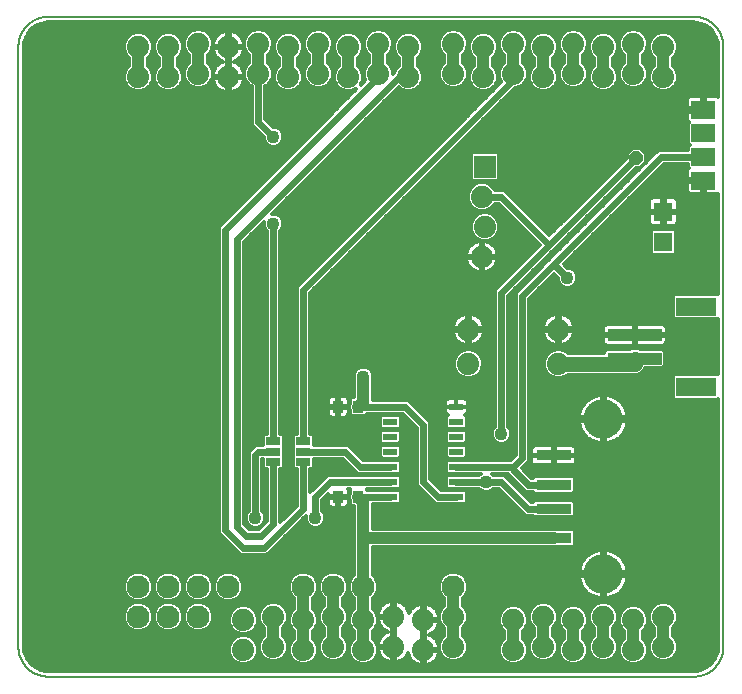
<source format=gtl>
G75*
%MOIN*%
%OFA0B0*%
%FSLAX25Y25*%
%IPPOS*%
%LPD*%
%AMOC8*
5,1,8,0,0,1.08239X$1,22.5*
%
%ADD10C,0.00500*%
%ADD11C,0.07400*%
%ADD12R,0.04724X0.02362*%
%ADD13R,0.03700X0.04000*%
%ADD14C,0.13100*%
%ADD15R,0.11811X0.03543*%
%ADD16R,0.07874X0.05906*%
%ADD17R,0.18110X0.03937*%
%ADD18R,0.13386X0.06299*%
%ADD19R,0.05000X0.02500*%
%ADD20R,0.07400X0.07400*%
%ADD21R,0.06400X0.06400*%
%ADD22C,0.07600*%
%ADD23C,0.04000*%
%ADD24C,0.02400*%
%ADD25C,0.04362*%
%ADD26C,0.01200*%
%ADD27C,0.05000*%
%ADD28OC8,0.04362*%
D10*
X0062524Y0033933D02*
X0062524Y0233933D01*
X0062527Y0234175D01*
X0062536Y0234416D01*
X0062550Y0234657D01*
X0062571Y0234898D01*
X0062597Y0235138D01*
X0062629Y0235378D01*
X0062667Y0235617D01*
X0062710Y0235854D01*
X0062760Y0236091D01*
X0062815Y0236326D01*
X0062875Y0236560D01*
X0062942Y0236792D01*
X0063013Y0237023D01*
X0063091Y0237252D01*
X0063174Y0237479D01*
X0063262Y0237704D01*
X0063356Y0237927D01*
X0063455Y0238147D01*
X0063560Y0238365D01*
X0063669Y0238580D01*
X0063784Y0238793D01*
X0063904Y0239003D01*
X0064029Y0239209D01*
X0064159Y0239413D01*
X0064294Y0239614D01*
X0064434Y0239811D01*
X0064578Y0240005D01*
X0064727Y0240195D01*
X0064881Y0240381D01*
X0065039Y0240564D01*
X0065201Y0240743D01*
X0065368Y0240918D01*
X0065539Y0241089D01*
X0065714Y0241256D01*
X0065893Y0241418D01*
X0066076Y0241576D01*
X0066262Y0241730D01*
X0066452Y0241879D01*
X0066646Y0242023D01*
X0066843Y0242163D01*
X0067044Y0242298D01*
X0067248Y0242428D01*
X0067454Y0242553D01*
X0067664Y0242673D01*
X0067877Y0242788D01*
X0068092Y0242897D01*
X0068310Y0243002D01*
X0068530Y0243101D01*
X0068753Y0243195D01*
X0068978Y0243283D01*
X0069205Y0243366D01*
X0069434Y0243444D01*
X0069665Y0243515D01*
X0069897Y0243582D01*
X0070131Y0243642D01*
X0070366Y0243697D01*
X0070603Y0243747D01*
X0070840Y0243790D01*
X0071079Y0243828D01*
X0071319Y0243860D01*
X0071559Y0243886D01*
X0071800Y0243907D01*
X0072041Y0243921D01*
X0072282Y0243930D01*
X0072524Y0243933D01*
X0287524Y0243933D01*
X0287766Y0243930D01*
X0288007Y0243921D01*
X0288248Y0243907D01*
X0288489Y0243886D01*
X0288729Y0243860D01*
X0288969Y0243828D01*
X0289208Y0243790D01*
X0289445Y0243747D01*
X0289682Y0243697D01*
X0289917Y0243642D01*
X0290151Y0243582D01*
X0290383Y0243515D01*
X0290614Y0243444D01*
X0290843Y0243366D01*
X0291070Y0243283D01*
X0291295Y0243195D01*
X0291518Y0243101D01*
X0291738Y0243002D01*
X0291956Y0242897D01*
X0292171Y0242788D01*
X0292384Y0242673D01*
X0292594Y0242553D01*
X0292800Y0242428D01*
X0293004Y0242298D01*
X0293205Y0242163D01*
X0293402Y0242023D01*
X0293596Y0241879D01*
X0293786Y0241730D01*
X0293972Y0241576D01*
X0294155Y0241418D01*
X0294334Y0241256D01*
X0294509Y0241089D01*
X0294680Y0240918D01*
X0294847Y0240743D01*
X0295009Y0240564D01*
X0295167Y0240381D01*
X0295321Y0240195D01*
X0295470Y0240005D01*
X0295614Y0239811D01*
X0295754Y0239614D01*
X0295889Y0239413D01*
X0296019Y0239209D01*
X0296144Y0239003D01*
X0296264Y0238793D01*
X0296379Y0238580D01*
X0296488Y0238365D01*
X0296593Y0238147D01*
X0296692Y0237927D01*
X0296786Y0237704D01*
X0296874Y0237479D01*
X0296957Y0237252D01*
X0297035Y0237023D01*
X0297106Y0236792D01*
X0297173Y0236560D01*
X0297233Y0236326D01*
X0297288Y0236091D01*
X0297338Y0235854D01*
X0297381Y0235617D01*
X0297419Y0235378D01*
X0297451Y0235138D01*
X0297477Y0234898D01*
X0297498Y0234657D01*
X0297512Y0234416D01*
X0297521Y0234175D01*
X0297524Y0233933D01*
X0297524Y0033933D01*
X0297521Y0033691D01*
X0297512Y0033450D01*
X0297498Y0033209D01*
X0297477Y0032968D01*
X0297451Y0032728D01*
X0297419Y0032488D01*
X0297381Y0032249D01*
X0297338Y0032012D01*
X0297288Y0031775D01*
X0297233Y0031540D01*
X0297173Y0031306D01*
X0297106Y0031074D01*
X0297035Y0030843D01*
X0296957Y0030614D01*
X0296874Y0030387D01*
X0296786Y0030162D01*
X0296692Y0029939D01*
X0296593Y0029719D01*
X0296488Y0029501D01*
X0296379Y0029286D01*
X0296264Y0029073D01*
X0296144Y0028863D01*
X0296019Y0028657D01*
X0295889Y0028453D01*
X0295754Y0028252D01*
X0295614Y0028055D01*
X0295470Y0027861D01*
X0295321Y0027671D01*
X0295167Y0027485D01*
X0295009Y0027302D01*
X0294847Y0027123D01*
X0294680Y0026948D01*
X0294509Y0026777D01*
X0294334Y0026610D01*
X0294155Y0026448D01*
X0293972Y0026290D01*
X0293786Y0026136D01*
X0293596Y0025987D01*
X0293402Y0025843D01*
X0293205Y0025703D01*
X0293004Y0025568D01*
X0292800Y0025438D01*
X0292594Y0025313D01*
X0292384Y0025193D01*
X0292171Y0025078D01*
X0291956Y0024969D01*
X0291738Y0024864D01*
X0291518Y0024765D01*
X0291295Y0024671D01*
X0291070Y0024583D01*
X0290843Y0024500D01*
X0290614Y0024422D01*
X0290383Y0024351D01*
X0290151Y0024284D01*
X0289917Y0024224D01*
X0289682Y0024169D01*
X0289445Y0024119D01*
X0289208Y0024076D01*
X0288969Y0024038D01*
X0288729Y0024006D01*
X0288489Y0023980D01*
X0288248Y0023959D01*
X0288007Y0023945D01*
X0287766Y0023936D01*
X0287524Y0023933D01*
X0072524Y0023933D01*
X0072282Y0023936D01*
X0072041Y0023945D01*
X0071800Y0023959D01*
X0071559Y0023980D01*
X0071319Y0024006D01*
X0071079Y0024038D01*
X0070840Y0024076D01*
X0070603Y0024119D01*
X0070366Y0024169D01*
X0070131Y0024224D01*
X0069897Y0024284D01*
X0069665Y0024351D01*
X0069434Y0024422D01*
X0069205Y0024500D01*
X0068978Y0024583D01*
X0068753Y0024671D01*
X0068530Y0024765D01*
X0068310Y0024864D01*
X0068092Y0024969D01*
X0067877Y0025078D01*
X0067664Y0025193D01*
X0067454Y0025313D01*
X0067248Y0025438D01*
X0067044Y0025568D01*
X0066843Y0025703D01*
X0066646Y0025843D01*
X0066452Y0025987D01*
X0066262Y0026136D01*
X0066076Y0026290D01*
X0065893Y0026448D01*
X0065714Y0026610D01*
X0065539Y0026777D01*
X0065368Y0026948D01*
X0065201Y0027123D01*
X0065039Y0027302D01*
X0064881Y0027485D01*
X0064727Y0027671D01*
X0064578Y0027861D01*
X0064434Y0028055D01*
X0064294Y0028252D01*
X0064159Y0028453D01*
X0064029Y0028657D01*
X0063904Y0028863D01*
X0063784Y0029073D01*
X0063669Y0029286D01*
X0063560Y0029501D01*
X0063455Y0029719D01*
X0063356Y0029939D01*
X0063262Y0030162D01*
X0063174Y0030387D01*
X0063091Y0030614D01*
X0063013Y0030843D01*
X0062942Y0031074D01*
X0062875Y0031306D01*
X0062815Y0031540D01*
X0062760Y0031775D01*
X0062710Y0032012D01*
X0062667Y0032249D01*
X0062629Y0032488D01*
X0062597Y0032728D01*
X0062571Y0032968D01*
X0062550Y0033209D01*
X0062536Y0033450D01*
X0062527Y0033691D01*
X0062524Y0033933D01*
D11*
X0137524Y0032933D03*
X0147524Y0033933D03*
X0157524Y0032933D03*
X0167524Y0033933D03*
X0177524Y0032933D03*
X0187524Y0033933D03*
X0197524Y0032933D03*
X0207524Y0033933D03*
X0207524Y0043933D03*
X0197524Y0042933D03*
X0187524Y0043933D03*
X0177524Y0042933D03*
X0167524Y0043933D03*
X0157524Y0042933D03*
X0147524Y0043933D03*
X0137524Y0042933D03*
X0227524Y0042933D03*
X0237524Y0043933D03*
X0247524Y0042933D03*
X0257524Y0043933D03*
X0267524Y0042933D03*
X0267524Y0032933D03*
X0257524Y0033933D03*
X0247524Y0032933D03*
X0237524Y0033933D03*
X0227524Y0032933D03*
X0277524Y0033933D03*
X0277524Y0043933D03*
X0242524Y0128233D03*
X0242524Y0139633D03*
X0212524Y0139633D03*
X0212524Y0128233D03*
X0217024Y0163933D03*
X0218024Y0173933D03*
X0217024Y0183933D03*
X0217524Y0223933D03*
X0227524Y0224933D03*
X0237524Y0223933D03*
X0247524Y0224933D03*
X0257524Y0223933D03*
X0267524Y0224933D03*
X0257524Y0233933D03*
X0267524Y0234933D03*
X0277524Y0233933D03*
X0277524Y0223933D03*
X0247524Y0234933D03*
X0237524Y0233933D03*
X0227524Y0234933D03*
X0217524Y0233933D03*
X0207524Y0234933D03*
X0207524Y0224933D03*
X0192524Y0223933D03*
X0182524Y0224933D03*
X0172524Y0223933D03*
X0162524Y0224933D03*
X0152524Y0223933D03*
X0142524Y0224933D03*
X0132524Y0223933D03*
X0122524Y0224933D03*
X0112524Y0223933D03*
X0102524Y0223933D03*
X0102524Y0233933D03*
X0112524Y0233933D03*
X0122524Y0234933D03*
X0132524Y0233933D03*
X0142524Y0234933D03*
X0152524Y0233933D03*
X0162524Y0234933D03*
X0172524Y0233933D03*
X0182524Y0234933D03*
X0192524Y0233933D03*
D12*
X0186500Y0113933D03*
X0186500Y0108933D03*
X0186500Y0103933D03*
X0186500Y0098933D03*
X0186500Y0093933D03*
X0186500Y0088933D03*
X0186500Y0083933D03*
X0208547Y0083933D03*
X0208547Y0088933D03*
X0208547Y0093933D03*
X0208547Y0098933D03*
X0208547Y0103933D03*
X0208547Y0108933D03*
X0208547Y0113933D03*
D13*
X0175870Y0113933D03*
X0169177Y0113933D03*
X0169177Y0083933D03*
X0175870Y0083933D03*
D14*
X0257524Y0058083D03*
X0257524Y0109783D03*
D15*
X0240941Y0097713D03*
X0240941Y0087870D03*
X0240941Y0079996D03*
X0240941Y0070154D03*
D16*
X0290870Y0189287D03*
X0290870Y0197161D03*
X0290870Y0205035D03*
X0290870Y0212909D03*
D17*
X0267957Y0137870D03*
X0267957Y0129996D03*
D18*
X0288429Y0120547D03*
X0288429Y0147319D03*
D19*
X0157524Y0102433D03*
X0157524Y0098933D03*
X0157524Y0095433D03*
X0147524Y0095433D03*
X0147524Y0098933D03*
X0147524Y0102433D03*
D20*
X0218024Y0193933D03*
D21*
X0277524Y0178933D03*
X0277524Y0168933D03*
D22*
X0132524Y0195933D03*
X0132524Y0204933D03*
X0132524Y0213933D03*
X0132524Y0053933D03*
X0122524Y0053933D03*
X0112524Y0053933D03*
X0102524Y0053933D03*
X0102524Y0043933D03*
X0112524Y0043933D03*
X0122524Y0043933D03*
X0157524Y0053933D03*
X0167524Y0053933D03*
X0177524Y0053933D03*
X0187524Y0053933D03*
X0197524Y0053933D03*
X0207524Y0053933D03*
D23*
X0207524Y0043933D01*
X0207524Y0033933D01*
X0227524Y0032933D02*
X0227524Y0042933D01*
X0237524Y0043933D02*
X0237524Y0033933D01*
X0247524Y0032933D02*
X0247524Y0042933D01*
X0257524Y0043933D02*
X0257524Y0033933D01*
X0267524Y0032933D02*
X0267524Y0042933D01*
X0277524Y0043933D02*
X0277524Y0033933D01*
X0240941Y0070154D02*
X0178303Y0070154D01*
X0177524Y0070933D01*
X0177524Y0053933D01*
X0177524Y0042933D01*
X0177524Y0032933D01*
X0167524Y0033933D02*
X0167524Y0043933D01*
X0167524Y0053933D01*
X0157524Y0053933D02*
X0157524Y0042933D01*
X0157524Y0032933D01*
X0147524Y0033933D02*
X0147524Y0043933D01*
X0177524Y0070933D02*
X0177524Y0082280D01*
X0175870Y0083933D01*
X0175870Y0113933D02*
X0177524Y0115587D01*
X0177524Y0123933D01*
X0172524Y0223933D02*
X0172524Y0233933D01*
X0182524Y0234933D02*
X0182524Y0224933D01*
X0192524Y0223933D02*
X0192524Y0226933D01*
X0192524Y0233933D01*
X0207524Y0234933D02*
X0207524Y0224933D01*
X0217524Y0223933D02*
X0217524Y0233933D01*
X0227524Y0234933D02*
X0227524Y0224933D01*
X0237524Y0223933D02*
X0237524Y0233933D01*
X0247524Y0234933D02*
X0247524Y0224933D01*
X0257524Y0223933D02*
X0257524Y0233933D01*
X0267524Y0234933D02*
X0267524Y0224933D01*
X0277524Y0223933D02*
X0277524Y0233933D01*
X0162524Y0234933D02*
X0162524Y0224933D01*
X0152524Y0223933D02*
X0152524Y0233933D01*
X0142524Y0234933D02*
X0142524Y0224933D01*
X0142524Y0223933D01*
X0122524Y0224933D02*
X0122524Y0234933D01*
X0112524Y0233933D02*
X0112524Y0223933D01*
X0102524Y0223933D02*
X0102524Y0233933D01*
D24*
X0142524Y0224933D02*
X0142524Y0208933D01*
X0147524Y0203933D01*
X0131524Y0172933D02*
X0182524Y0223933D01*
X0182524Y0224933D01*
X0192524Y0226933D02*
X0135524Y0169933D01*
X0135524Y0073933D01*
X0138524Y0070933D01*
X0143524Y0070933D01*
X0147524Y0074933D01*
X0147524Y0095433D01*
X0147524Y0098933D02*
X0142524Y0098933D01*
X0141524Y0097933D01*
X0141524Y0076933D01*
X0137524Y0066933D02*
X0131524Y0072933D01*
X0131524Y0172933D01*
X0147524Y0174933D02*
X0147524Y0102433D01*
X0157524Y0102433D02*
X0157524Y0152933D01*
X0227524Y0222933D01*
X0227524Y0224933D01*
X0268524Y0196933D02*
X0239524Y0167933D01*
X0223524Y0183933D01*
X0217024Y0183933D01*
X0239524Y0167933D02*
X0223524Y0151933D01*
X0223524Y0104933D01*
X0230524Y0096933D02*
X0227024Y0093433D01*
X0232524Y0087933D01*
X0240878Y0087933D01*
X0240941Y0087870D01*
X0240941Y0079996D02*
X0240878Y0079933D01*
X0232524Y0079933D01*
X0223524Y0088933D01*
X0218524Y0088933D01*
X0208547Y0088933D01*
X0208547Y0083933D02*
X0202524Y0083933D01*
X0197524Y0088933D01*
X0197524Y0107933D01*
X0191524Y0113933D01*
X0186500Y0113933D01*
X0175870Y0113933D01*
X0171524Y0098933D02*
X0157524Y0098933D01*
X0157524Y0095433D02*
X0157524Y0079933D01*
X0144524Y0066933D01*
X0137524Y0066933D01*
X0161524Y0076933D02*
X0161524Y0083933D01*
X0166524Y0088933D01*
X0186500Y0088933D01*
X0186500Y0083933D02*
X0175870Y0083933D01*
X0176524Y0093933D02*
X0186500Y0093933D01*
X0176524Y0093933D02*
X0171524Y0098933D01*
X0208547Y0093933D02*
X0226524Y0093933D01*
X0227024Y0093433D01*
X0230524Y0096933D02*
X0230524Y0150933D01*
X0241024Y0161433D01*
X0245524Y0156933D01*
X0241024Y0161433D02*
X0276752Y0197161D01*
X0290870Y0197161D01*
D25*
X0291524Y0165933D03*
X0245524Y0156933D03*
X0239524Y0149933D03*
X0235524Y0177933D03*
X0237524Y0204933D03*
X0191524Y0201933D03*
X0163524Y0179933D03*
X0147524Y0174933D03*
X0142524Y0161933D03*
X0107524Y0158933D03*
X0106524Y0189933D03*
X0102524Y0197933D03*
X0119524Y0197933D03*
X0147524Y0203933D03*
X0089524Y0234933D03*
X0197524Y0149933D03*
X0176524Y0144933D03*
X0177524Y0123933D03*
X0175524Y0104933D03*
X0141524Y0122933D03*
X0111524Y0118933D03*
X0108524Y0079933D03*
X0126524Y0063933D03*
X0141524Y0076933D03*
X0161524Y0076933D03*
X0186524Y0077933D03*
X0218524Y0088933D03*
X0227524Y0076933D03*
X0219524Y0059933D03*
X0223524Y0104933D03*
X0235524Y0117933D03*
X0276524Y0113933D03*
X0286524Y0053933D03*
X0105524Y0030933D03*
D26*
X0103498Y0039033D02*
X0105299Y0039779D01*
X0106678Y0041157D01*
X0107424Y0042958D01*
X0107424Y0044908D01*
X0106678Y0046709D01*
X0105299Y0048087D01*
X0103498Y0048833D01*
X0101549Y0048833D01*
X0099748Y0048087D01*
X0098370Y0046709D01*
X0097624Y0044908D01*
X0097624Y0042958D01*
X0098370Y0041157D01*
X0099748Y0039779D01*
X0101549Y0039033D01*
X0103498Y0039033D01*
X0104659Y0039514D02*
X0110389Y0039514D01*
X0109748Y0039779D02*
X0111549Y0039033D01*
X0113498Y0039033D01*
X0115299Y0039779D01*
X0116678Y0041157D01*
X0117424Y0042958D01*
X0117424Y0044908D01*
X0116678Y0046709D01*
X0115299Y0048087D01*
X0113498Y0048833D01*
X0111549Y0048833D01*
X0109748Y0048087D01*
X0108370Y0046709D01*
X0107624Y0044908D01*
X0107624Y0042958D01*
X0108370Y0041157D01*
X0109748Y0039779D01*
X0108815Y0040712D02*
X0106232Y0040712D01*
X0106990Y0041911D02*
X0108058Y0041911D01*
X0107624Y0043109D02*
X0107424Y0043109D01*
X0107424Y0044308D02*
X0107624Y0044308D01*
X0107872Y0045506D02*
X0107176Y0045506D01*
X0106679Y0046705D02*
X0108368Y0046705D01*
X0109564Y0047903D02*
X0105483Y0047903D01*
X0105299Y0049779D02*
X0106678Y0051157D01*
X0107424Y0052958D01*
X0107424Y0054908D01*
X0106678Y0056709D01*
X0105299Y0058087D01*
X0103498Y0058833D01*
X0101549Y0058833D01*
X0099748Y0058087D01*
X0098370Y0056709D01*
X0097624Y0054908D01*
X0097624Y0052958D01*
X0098370Y0051157D01*
X0099748Y0049779D01*
X0101549Y0049033D01*
X0103498Y0049033D01*
X0105299Y0049779D01*
X0105821Y0050300D02*
X0109227Y0050300D01*
X0109748Y0049779D02*
X0108370Y0051157D01*
X0107624Y0052958D01*
X0107624Y0054908D01*
X0108370Y0056709D01*
X0109748Y0058087D01*
X0111549Y0058833D01*
X0113498Y0058833D01*
X0115299Y0058087D01*
X0116678Y0056709D01*
X0117424Y0054908D01*
X0117424Y0052958D01*
X0116678Y0051157D01*
X0115299Y0049779D01*
X0113498Y0049033D01*
X0111549Y0049033D01*
X0109748Y0049779D01*
X0111383Y0049102D02*
X0103664Y0049102D01*
X0101383Y0049102D02*
X0064374Y0049102D01*
X0064374Y0050300D02*
X0099227Y0050300D01*
X0098228Y0051499D02*
X0064374Y0051499D01*
X0064374Y0052697D02*
X0097732Y0052697D01*
X0097624Y0053896D02*
X0064374Y0053896D01*
X0064374Y0055094D02*
X0097701Y0055094D01*
X0098197Y0056293D02*
X0064374Y0056293D01*
X0064374Y0057491D02*
X0099152Y0057491D01*
X0101203Y0058690D02*
X0064374Y0058690D01*
X0064374Y0059888D02*
X0174424Y0059888D01*
X0174424Y0058690D02*
X0168844Y0058690D01*
X0168498Y0058833D02*
X0166549Y0058833D01*
X0164748Y0058087D01*
X0163370Y0056709D01*
X0162624Y0054908D01*
X0162624Y0052958D01*
X0163370Y0051157D01*
X0164424Y0050103D01*
X0164424Y0047621D01*
X0163454Y0046652D01*
X0162724Y0044888D01*
X0162724Y0042978D01*
X0163454Y0041214D01*
X0164424Y0040245D01*
X0164424Y0037621D01*
X0163454Y0036652D01*
X0162724Y0034888D01*
X0162724Y0032978D01*
X0163454Y0031214D01*
X0164805Y0029864D01*
X0166569Y0029133D01*
X0168478Y0029133D01*
X0170243Y0029864D01*
X0171593Y0031214D01*
X0172324Y0032978D01*
X0172324Y0034888D01*
X0171593Y0036652D01*
X0170624Y0037621D01*
X0170624Y0040245D01*
X0171593Y0041214D01*
X0172324Y0042978D01*
X0172324Y0044888D01*
X0171593Y0046652D01*
X0170624Y0047621D01*
X0170624Y0050103D01*
X0171678Y0051157D01*
X0172424Y0052958D01*
X0172424Y0054908D01*
X0171678Y0056709D01*
X0170299Y0058087D01*
X0168498Y0058833D01*
X0166203Y0058690D02*
X0158844Y0058690D01*
X0158498Y0058833D02*
X0156549Y0058833D01*
X0154748Y0058087D01*
X0153370Y0056709D01*
X0152624Y0054908D01*
X0152624Y0052958D01*
X0153370Y0051157D01*
X0154424Y0050103D01*
X0154424Y0046621D01*
X0153454Y0045652D01*
X0152724Y0043888D01*
X0152724Y0041978D01*
X0153454Y0040214D01*
X0154424Y0039245D01*
X0154424Y0036621D01*
X0153454Y0035652D01*
X0152724Y0033888D01*
X0152724Y0031978D01*
X0153454Y0030214D01*
X0154805Y0028864D01*
X0156569Y0028133D01*
X0158478Y0028133D01*
X0160243Y0028864D01*
X0161593Y0030214D01*
X0162324Y0031978D01*
X0162324Y0033888D01*
X0161593Y0035652D01*
X0160624Y0036621D01*
X0160624Y0039245D01*
X0161593Y0040214D01*
X0162324Y0041978D01*
X0162324Y0043888D01*
X0161593Y0045652D01*
X0160624Y0046621D01*
X0160624Y0050103D01*
X0161678Y0051157D01*
X0162424Y0052958D01*
X0162424Y0054908D01*
X0161678Y0056709D01*
X0160299Y0058087D01*
X0158498Y0058833D01*
X0156203Y0058690D02*
X0133844Y0058690D01*
X0133498Y0058833D02*
X0131549Y0058833D01*
X0129748Y0058087D01*
X0128370Y0056709D01*
X0127624Y0054908D01*
X0127624Y0052958D01*
X0128370Y0051157D01*
X0129748Y0049779D01*
X0131549Y0049033D01*
X0133498Y0049033D01*
X0135299Y0049779D01*
X0136678Y0051157D01*
X0137424Y0052958D01*
X0137424Y0054908D01*
X0136678Y0056709D01*
X0135299Y0058087D01*
X0133498Y0058833D01*
X0131203Y0058690D02*
X0123844Y0058690D01*
X0123498Y0058833D02*
X0121549Y0058833D01*
X0119748Y0058087D01*
X0118370Y0056709D01*
X0117624Y0054908D01*
X0117624Y0052958D01*
X0118370Y0051157D01*
X0119748Y0049779D01*
X0121549Y0049033D01*
X0123498Y0049033D01*
X0125299Y0049779D01*
X0126678Y0051157D01*
X0127424Y0052958D01*
X0127424Y0054908D01*
X0126678Y0056709D01*
X0125299Y0058087D01*
X0123498Y0058833D01*
X0121203Y0058690D02*
X0113844Y0058690D01*
X0115895Y0057491D02*
X0119152Y0057491D01*
X0118197Y0056293D02*
X0116850Y0056293D01*
X0117346Y0055094D02*
X0117701Y0055094D01*
X0117624Y0053896D02*
X0117424Y0053896D01*
X0117315Y0052697D02*
X0117732Y0052697D01*
X0118228Y0051499D02*
X0116819Y0051499D01*
X0115821Y0050300D02*
X0119227Y0050300D01*
X0119748Y0048087D02*
X0118370Y0046709D01*
X0117624Y0044908D01*
X0117624Y0042958D01*
X0118370Y0041157D01*
X0119748Y0039779D01*
X0121549Y0039033D01*
X0123498Y0039033D01*
X0125299Y0039779D01*
X0126678Y0041157D01*
X0127424Y0042958D01*
X0127424Y0044908D01*
X0126678Y0046709D01*
X0125299Y0048087D01*
X0123498Y0048833D01*
X0121549Y0048833D01*
X0119748Y0048087D01*
X0119564Y0047903D02*
X0115483Y0047903D01*
X0116679Y0046705D02*
X0118368Y0046705D01*
X0117872Y0045506D02*
X0117176Y0045506D01*
X0117424Y0044308D02*
X0117624Y0044308D01*
X0117624Y0043109D02*
X0117424Y0043109D01*
X0116990Y0041911D02*
X0118058Y0041911D01*
X0118815Y0040712D02*
X0116232Y0040712D01*
X0114659Y0039514D02*
X0120389Y0039514D01*
X0124659Y0039514D02*
X0134155Y0039514D01*
X0134805Y0038864D02*
X0136569Y0038133D01*
X0138478Y0038133D01*
X0140243Y0038864D01*
X0141593Y0040214D01*
X0142324Y0041978D01*
X0142324Y0043888D01*
X0141593Y0045652D01*
X0140243Y0047002D01*
X0138478Y0047733D01*
X0136569Y0047733D01*
X0134805Y0047002D01*
X0133454Y0045652D01*
X0132724Y0043888D01*
X0132724Y0041978D01*
X0133454Y0040214D01*
X0134805Y0038864D01*
X0136129Y0038315D02*
X0064374Y0038315D01*
X0064374Y0037117D02*
X0135081Y0037117D01*
X0134805Y0037002D02*
X0133454Y0035652D01*
X0132724Y0033888D01*
X0132724Y0031978D01*
X0133454Y0030214D01*
X0134805Y0028864D01*
X0136569Y0028133D01*
X0138478Y0028133D01*
X0140243Y0028864D01*
X0141593Y0030214D01*
X0142324Y0031978D01*
X0142324Y0033888D01*
X0141593Y0035652D01*
X0140243Y0037002D01*
X0138478Y0037733D01*
X0136569Y0037733D01*
X0134805Y0037002D01*
X0133721Y0035918D02*
X0064374Y0035918D01*
X0064374Y0034720D02*
X0133068Y0034720D01*
X0132724Y0033521D02*
X0064406Y0033521D01*
X0064374Y0033933D02*
X0064374Y0233933D01*
X0064474Y0235208D01*
X0065262Y0237633D01*
X0066761Y0239696D01*
X0068824Y0241195D01*
X0071249Y0241983D01*
X0072524Y0242083D01*
X0287524Y0242083D01*
X0288799Y0241983D01*
X0291224Y0241195D01*
X0293287Y0239696D01*
X0294785Y0237633D01*
X0295573Y0235208D01*
X0295674Y0233933D01*
X0295674Y0217209D01*
X0295425Y0217353D01*
X0295018Y0217462D01*
X0291470Y0217462D01*
X0291470Y0213509D01*
X0290270Y0213509D01*
X0290270Y0212309D01*
X0285333Y0212309D01*
X0285333Y0209746D01*
X0285442Y0209339D01*
X0285653Y0208974D01*
X0285951Y0208676D01*
X0286024Y0208634D01*
X0285833Y0208444D01*
X0285833Y0201627D01*
X0286362Y0201098D01*
X0285833Y0200570D01*
X0285833Y0199461D01*
X0275799Y0199461D01*
X0240071Y0163733D01*
X0238724Y0162386D01*
X0238724Y0162386D01*
X0229571Y0153233D01*
X0228224Y0151886D01*
X0228224Y0097886D01*
X0226571Y0096233D01*
X0207595Y0096233D01*
X0207576Y0096214D01*
X0205729Y0096214D01*
X0205085Y0095570D01*
X0205085Y0092296D01*
X0205729Y0091652D01*
X0207576Y0091652D01*
X0207595Y0091633D01*
X0216583Y0091633D01*
X0216183Y0091233D01*
X0207595Y0091233D01*
X0207576Y0091214D01*
X0205729Y0091214D01*
X0205085Y0090570D01*
X0205085Y0087296D01*
X0205729Y0086652D01*
X0207576Y0086652D01*
X0207595Y0086633D01*
X0216183Y0086633D01*
X0216665Y0086151D01*
X0217871Y0085652D01*
X0219176Y0085652D01*
X0220382Y0086151D01*
X0220864Y0086633D01*
X0222571Y0086633D01*
X0230224Y0078980D01*
X0231571Y0077633D01*
X0234071Y0077633D01*
X0234580Y0077124D01*
X0247302Y0077124D01*
X0247946Y0077769D01*
X0247946Y0082223D01*
X0247302Y0082868D01*
X0234580Y0082868D01*
X0233945Y0082233D01*
X0233476Y0082233D01*
X0224476Y0091233D01*
X0220864Y0091233D01*
X0220464Y0091633D01*
X0225571Y0091633D01*
X0230224Y0086980D01*
X0231571Y0085633D01*
X0233945Y0085633D01*
X0234580Y0084998D01*
X0247302Y0084998D01*
X0247946Y0085643D01*
X0247946Y0090097D01*
X0247302Y0090742D01*
X0234580Y0090742D01*
X0234071Y0090233D01*
X0233476Y0090233D01*
X0230276Y0093433D01*
X0232824Y0095980D01*
X0232824Y0149980D01*
X0241024Y0158180D01*
X0242243Y0156961D01*
X0242243Y0156280D01*
X0242742Y0155074D01*
X0243665Y0154151D01*
X0244871Y0153652D01*
X0246176Y0153652D01*
X0247382Y0154151D01*
X0248305Y0155074D01*
X0248805Y0156280D01*
X0248805Y0157586D01*
X0248305Y0158792D01*
X0247382Y0159715D01*
X0246176Y0160214D01*
X0245495Y0160214D01*
X0244276Y0161433D01*
X0277705Y0194861D01*
X0285833Y0194861D01*
X0285833Y0193753D01*
X0286024Y0193563D01*
X0285951Y0193520D01*
X0285653Y0193223D01*
X0285442Y0192858D01*
X0285333Y0192451D01*
X0285333Y0189887D01*
X0290270Y0189887D01*
X0290270Y0188687D01*
X0291470Y0188687D01*
X0291470Y0184735D01*
X0295018Y0184735D01*
X0295425Y0184844D01*
X0295674Y0184987D01*
X0295674Y0151473D01*
X0295578Y0151568D01*
X0281281Y0151568D01*
X0280636Y0150924D01*
X0280636Y0143714D01*
X0281281Y0143069D01*
X0295578Y0143069D01*
X0295674Y0143165D01*
X0295674Y0124701D01*
X0295578Y0124797D01*
X0281281Y0124797D01*
X0280636Y0124152D01*
X0280636Y0116942D01*
X0281281Y0116298D01*
X0295578Y0116298D01*
X0295674Y0116394D01*
X0295674Y0033933D01*
X0295573Y0032658D01*
X0294785Y0030233D01*
X0293287Y0028170D01*
X0291224Y0026671D01*
X0288799Y0025883D01*
X0287524Y0025783D01*
X0072524Y0025783D01*
X0071249Y0025883D01*
X0068824Y0026671D01*
X0066761Y0028170D01*
X0065262Y0030233D01*
X0064474Y0032658D01*
X0064374Y0033933D01*
X0064583Y0032323D02*
X0132724Y0032323D01*
X0133077Y0031124D02*
X0064972Y0031124D01*
X0065485Y0029926D02*
X0133743Y0029926D01*
X0135135Y0028727D02*
X0066356Y0028727D01*
X0067644Y0027529D02*
X0292404Y0027529D01*
X0293691Y0028727D02*
X0269913Y0028727D01*
X0270243Y0028864D02*
X0271593Y0030214D01*
X0272324Y0031978D01*
X0272324Y0033888D01*
X0271593Y0035652D01*
X0270624Y0036621D01*
X0270624Y0039245D01*
X0271593Y0040214D01*
X0272324Y0041978D01*
X0272324Y0043888D01*
X0271593Y0045652D01*
X0270243Y0047002D01*
X0268478Y0047733D01*
X0266569Y0047733D01*
X0264805Y0047002D01*
X0263454Y0045652D01*
X0262724Y0043888D01*
X0262724Y0041978D01*
X0263454Y0040214D01*
X0264424Y0039245D01*
X0264424Y0036621D01*
X0263454Y0035652D01*
X0262724Y0033888D01*
X0262724Y0031978D01*
X0263454Y0030214D01*
X0264805Y0028864D01*
X0266569Y0028133D01*
X0268478Y0028133D01*
X0270243Y0028864D01*
X0271304Y0029926D02*
X0274743Y0029926D01*
X0274805Y0029864D02*
X0276569Y0029133D01*
X0278478Y0029133D01*
X0280243Y0029864D01*
X0281593Y0031214D01*
X0282324Y0032978D01*
X0282324Y0034888D01*
X0281593Y0036652D01*
X0280624Y0037621D01*
X0280624Y0040245D01*
X0281593Y0041214D01*
X0282324Y0042978D01*
X0282324Y0044888D01*
X0281593Y0046652D01*
X0280243Y0048002D01*
X0278478Y0048733D01*
X0276569Y0048733D01*
X0274805Y0048002D01*
X0273454Y0046652D01*
X0272724Y0044888D01*
X0272724Y0042978D01*
X0273454Y0041214D01*
X0274424Y0040245D01*
X0274424Y0037621D01*
X0273454Y0036652D01*
X0272724Y0034888D01*
X0272724Y0032978D01*
X0273454Y0031214D01*
X0274805Y0029864D01*
X0273544Y0031124D02*
X0271970Y0031124D01*
X0272324Y0032323D02*
X0272995Y0032323D01*
X0272724Y0033521D02*
X0272324Y0033521D01*
X0271979Y0034720D02*
X0272724Y0034720D01*
X0273150Y0035918D02*
X0271327Y0035918D01*
X0270624Y0037117D02*
X0273919Y0037117D01*
X0274424Y0038315D02*
X0270624Y0038315D01*
X0270892Y0039514D02*
X0274424Y0039514D01*
X0273956Y0040712D02*
X0271799Y0040712D01*
X0272296Y0041911D02*
X0273166Y0041911D01*
X0272724Y0043109D02*
X0272324Y0043109D01*
X0272150Y0044308D02*
X0272724Y0044308D01*
X0272980Y0045506D02*
X0271653Y0045506D01*
X0270540Y0046705D02*
X0273507Y0046705D01*
X0274706Y0047903D02*
X0260342Y0047903D01*
X0260243Y0048002D02*
X0258478Y0048733D01*
X0256569Y0048733D01*
X0254805Y0048002D01*
X0253454Y0046652D01*
X0252724Y0044888D01*
X0252724Y0042978D01*
X0253454Y0041214D01*
X0254424Y0040245D01*
X0254424Y0037621D01*
X0253454Y0036652D01*
X0252724Y0034888D01*
X0252724Y0032978D01*
X0253454Y0031214D01*
X0254805Y0029864D01*
X0256569Y0029133D01*
X0258478Y0029133D01*
X0260243Y0029864D01*
X0261593Y0031214D01*
X0262324Y0032978D01*
X0262324Y0034888D01*
X0261593Y0036652D01*
X0260624Y0037621D01*
X0260624Y0040245D01*
X0261593Y0041214D01*
X0262324Y0042978D01*
X0262324Y0044888D01*
X0261593Y0046652D01*
X0260243Y0048002D01*
X0261540Y0046705D02*
X0264507Y0046705D01*
X0263394Y0045506D02*
X0262067Y0045506D01*
X0262324Y0044308D02*
X0262898Y0044308D01*
X0262724Y0043109D02*
X0262324Y0043109D01*
X0262752Y0041911D02*
X0261881Y0041911D01*
X0261091Y0040712D02*
X0263248Y0040712D01*
X0264155Y0039514D02*
X0260624Y0039514D01*
X0260624Y0038315D02*
X0264424Y0038315D01*
X0264424Y0037117D02*
X0261128Y0037117D01*
X0261897Y0035918D02*
X0263721Y0035918D01*
X0263068Y0034720D02*
X0262324Y0034720D01*
X0262324Y0033521D02*
X0262724Y0033521D01*
X0262724Y0032323D02*
X0262052Y0032323D01*
X0261503Y0031124D02*
X0263077Y0031124D01*
X0263743Y0029926D02*
X0260304Y0029926D01*
X0254743Y0029926D02*
X0251304Y0029926D01*
X0251593Y0030214D02*
X0250243Y0028864D01*
X0248478Y0028133D01*
X0246569Y0028133D01*
X0244805Y0028864D01*
X0243454Y0030214D01*
X0242724Y0031978D01*
X0242724Y0033888D01*
X0243454Y0035652D01*
X0244424Y0036621D01*
X0244424Y0039245D01*
X0243454Y0040214D01*
X0242724Y0041978D01*
X0242724Y0043888D01*
X0243454Y0045652D01*
X0244805Y0047002D01*
X0246569Y0047733D01*
X0248478Y0047733D01*
X0250243Y0047002D01*
X0251593Y0045652D01*
X0252324Y0043888D01*
X0252324Y0041978D01*
X0251593Y0040214D01*
X0250624Y0039245D01*
X0250624Y0036621D01*
X0251593Y0035652D01*
X0252324Y0033888D01*
X0252324Y0031978D01*
X0251593Y0030214D01*
X0251970Y0031124D02*
X0253544Y0031124D01*
X0252995Y0032323D02*
X0252324Y0032323D01*
X0252324Y0033521D02*
X0252724Y0033521D01*
X0252724Y0034720D02*
X0251979Y0034720D01*
X0251327Y0035918D02*
X0253150Y0035918D01*
X0253919Y0037117D02*
X0250624Y0037117D01*
X0250624Y0038315D02*
X0254424Y0038315D01*
X0254424Y0039514D02*
X0250892Y0039514D01*
X0251799Y0040712D02*
X0253956Y0040712D01*
X0253166Y0041911D02*
X0252296Y0041911D01*
X0252324Y0043109D02*
X0252724Y0043109D01*
X0252724Y0044308D02*
X0252150Y0044308D01*
X0251653Y0045506D02*
X0252980Y0045506D01*
X0253507Y0046705D02*
X0250540Y0046705D01*
X0254706Y0047903D02*
X0240342Y0047903D01*
X0240243Y0048002D02*
X0238478Y0048733D01*
X0236569Y0048733D01*
X0234805Y0048002D01*
X0233454Y0046652D01*
X0232724Y0044888D01*
X0232724Y0042978D01*
X0233454Y0041214D01*
X0234424Y0040245D01*
X0234424Y0037621D01*
X0233454Y0036652D01*
X0232724Y0034888D01*
X0232724Y0032978D01*
X0233454Y0031214D01*
X0234805Y0029864D01*
X0236569Y0029133D01*
X0238478Y0029133D01*
X0240243Y0029864D01*
X0241593Y0031214D01*
X0242324Y0032978D01*
X0242324Y0034888D01*
X0241593Y0036652D01*
X0240624Y0037621D01*
X0240624Y0040245D01*
X0241593Y0041214D01*
X0242324Y0042978D01*
X0242324Y0044888D01*
X0241593Y0046652D01*
X0240243Y0048002D01*
X0241540Y0046705D02*
X0244507Y0046705D01*
X0243394Y0045506D02*
X0242067Y0045506D01*
X0242324Y0044308D02*
X0242898Y0044308D01*
X0242724Y0043109D02*
X0242324Y0043109D01*
X0242752Y0041911D02*
X0241881Y0041911D01*
X0241091Y0040712D02*
X0243248Y0040712D01*
X0244155Y0039514D02*
X0240624Y0039514D01*
X0240624Y0038315D02*
X0244424Y0038315D01*
X0244424Y0037117D02*
X0241128Y0037117D01*
X0241897Y0035918D02*
X0243721Y0035918D01*
X0243068Y0034720D02*
X0242324Y0034720D01*
X0242324Y0033521D02*
X0242724Y0033521D01*
X0242724Y0032323D02*
X0242052Y0032323D01*
X0241503Y0031124D02*
X0243077Y0031124D01*
X0243743Y0029926D02*
X0240304Y0029926D01*
X0245135Y0028727D02*
X0229913Y0028727D01*
X0230243Y0028864D02*
X0231593Y0030214D01*
X0232324Y0031978D01*
X0232324Y0033888D01*
X0231593Y0035652D01*
X0230624Y0036621D01*
X0230624Y0039245D01*
X0231593Y0040214D01*
X0232324Y0041978D01*
X0232324Y0043888D01*
X0231593Y0045652D01*
X0230243Y0047002D01*
X0228478Y0047733D01*
X0226569Y0047733D01*
X0224805Y0047002D01*
X0223454Y0045652D01*
X0222724Y0043888D01*
X0222724Y0041978D01*
X0223454Y0040214D01*
X0224424Y0039245D01*
X0224424Y0036621D01*
X0223454Y0035652D01*
X0222724Y0033888D01*
X0222724Y0031978D01*
X0223454Y0030214D01*
X0224805Y0028864D01*
X0226569Y0028133D01*
X0228478Y0028133D01*
X0230243Y0028864D01*
X0231304Y0029926D02*
X0234743Y0029926D01*
X0233544Y0031124D02*
X0231970Y0031124D01*
X0232324Y0032323D02*
X0232995Y0032323D01*
X0232724Y0033521D02*
X0232324Y0033521D01*
X0231979Y0034720D02*
X0232724Y0034720D01*
X0233150Y0035918D02*
X0231327Y0035918D01*
X0230624Y0037117D02*
X0233919Y0037117D01*
X0234424Y0038315D02*
X0230624Y0038315D01*
X0230892Y0039514D02*
X0234424Y0039514D01*
X0233956Y0040712D02*
X0231799Y0040712D01*
X0232296Y0041911D02*
X0233166Y0041911D01*
X0232724Y0043109D02*
X0232324Y0043109D01*
X0232150Y0044308D02*
X0232724Y0044308D01*
X0232980Y0045506D02*
X0231653Y0045506D01*
X0230540Y0046705D02*
X0233507Y0046705D01*
X0234706Y0047903D02*
X0210624Y0047903D01*
X0210624Y0047621D02*
X0210624Y0050103D01*
X0211678Y0051157D01*
X0212424Y0052958D01*
X0212424Y0054908D01*
X0211678Y0056709D01*
X0210299Y0058087D01*
X0208498Y0058833D01*
X0206549Y0058833D01*
X0204748Y0058087D01*
X0203370Y0056709D01*
X0202624Y0054908D01*
X0202624Y0052958D01*
X0203370Y0051157D01*
X0204424Y0050103D01*
X0204424Y0047621D01*
X0203454Y0046652D01*
X0202724Y0044888D01*
X0202724Y0043981D01*
X0202693Y0044174D01*
X0202435Y0044968D01*
X0202057Y0045711D01*
X0201566Y0046386D01*
X0200976Y0046976D01*
X0200301Y0047466D01*
X0199558Y0047845D01*
X0198765Y0048103D01*
X0197941Y0048233D01*
X0197924Y0048233D01*
X0197924Y0043333D01*
X0202724Y0043333D01*
X0202724Y0042978D01*
X0203454Y0041214D01*
X0204424Y0040245D01*
X0204424Y0037621D01*
X0203454Y0036652D01*
X0202724Y0034888D01*
X0202724Y0033981D01*
X0202693Y0034174D01*
X0202435Y0034968D01*
X0202057Y0035711D01*
X0201566Y0036386D01*
X0200976Y0036976D01*
X0200301Y0037466D01*
X0199558Y0037845D01*
X0199286Y0037933D01*
X0199558Y0038021D01*
X0200301Y0038400D01*
X0200976Y0038890D01*
X0201566Y0039480D01*
X0202057Y0040155D01*
X0202435Y0040899D01*
X0202693Y0041692D01*
X0202824Y0042516D01*
X0202824Y0042533D01*
X0197924Y0042533D01*
X0197924Y0043333D01*
X0197124Y0043333D01*
X0197124Y0048233D01*
X0197106Y0048233D01*
X0196283Y0048103D01*
X0195489Y0047845D01*
X0194746Y0047466D01*
X0194071Y0046976D01*
X0193481Y0046386D01*
X0192991Y0045711D01*
X0192699Y0045138D01*
X0192693Y0045174D01*
X0192435Y0045968D01*
X0192057Y0046711D01*
X0191566Y0047386D01*
X0190976Y0047976D01*
X0190301Y0048466D01*
X0189558Y0048845D01*
X0188765Y0049103D01*
X0187941Y0049233D01*
X0187924Y0049233D01*
X0187924Y0044333D01*
X0187124Y0044333D01*
X0187124Y0049233D01*
X0187106Y0049233D01*
X0186283Y0049103D01*
X0185489Y0048845D01*
X0184746Y0048466D01*
X0184071Y0047976D01*
X0183481Y0047386D01*
X0182991Y0046711D01*
X0182612Y0045968D01*
X0182354Y0045174D01*
X0182224Y0044350D01*
X0182224Y0044333D01*
X0187124Y0044333D01*
X0187124Y0043533D01*
X0187924Y0043533D01*
X0187924Y0038633D01*
X0187924Y0034333D01*
X0187124Y0034333D01*
X0187124Y0043533D01*
X0182324Y0043533D01*
X0182324Y0043888D01*
X0181593Y0045652D01*
X0180624Y0046621D01*
X0180624Y0050103D01*
X0181678Y0051157D01*
X0182424Y0052958D01*
X0182424Y0054908D01*
X0181678Y0056709D01*
X0180624Y0057763D01*
X0180624Y0067054D01*
X0241558Y0067054D01*
X0242109Y0067282D01*
X0247302Y0067282D01*
X0247946Y0067926D01*
X0247946Y0072381D01*
X0247302Y0073025D01*
X0242109Y0073025D01*
X0241558Y0073254D01*
X0180624Y0073254D01*
X0180624Y0081633D01*
X0187453Y0081633D01*
X0187472Y0081652D01*
X0189318Y0081652D01*
X0189962Y0082296D01*
X0189962Y0085570D01*
X0189318Y0086214D01*
X0187472Y0086214D01*
X0187453Y0086233D01*
X0178820Y0086233D01*
X0178820Y0086389D01*
X0178576Y0086633D01*
X0187453Y0086633D01*
X0187472Y0086652D01*
X0189318Y0086652D01*
X0189962Y0087296D01*
X0189962Y0090570D01*
X0189318Y0091214D01*
X0187472Y0091214D01*
X0187453Y0091233D01*
X0165571Y0091233D01*
X0159824Y0085486D01*
X0159824Y0093083D01*
X0160479Y0093083D01*
X0161124Y0093727D01*
X0161124Y0096633D01*
X0170571Y0096633D01*
X0174224Y0092980D01*
X0175571Y0091633D01*
X0187453Y0091633D01*
X0187472Y0091652D01*
X0189318Y0091652D01*
X0189962Y0092296D01*
X0189962Y0095570D01*
X0189318Y0096214D01*
X0187472Y0096214D01*
X0187453Y0096233D01*
X0177476Y0096233D01*
X0172476Y0101233D01*
X0161124Y0101233D01*
X0161124Y0104139D01*
X0160479Y0104783D01*
X0159824Y0104783D01*
X0159824Y0151980D01*
X0227976Y0220133D01*
X0228478Y0220133D01*
X0230243Y0220864D01*
X0231593Y0222214D01*
X0232324Y0223978D01*
X0232324Y0225888D01*
X0231593Y0227652D01*
X0230624Y0228621D01*
X0230624Y0231245D01*
X0231593Y0232214D01*
X0232324Y0233978D01*
X0232324Y0235888D01*
X0231593Y0237652D01*
X0230243Y0239002D01*
X0228478Y0239733D01*
X0226569Y0239733D01*
X0224805Y0239002D01*
X0223454Y0237652D01*
X0222724Y0235888D01*
X0222724Y0233978D01*
X0223454Y0232214D01*
X0224424Y0231245D01*
X0224424Y0228621D01*
X0223454Y0227652D01*
X0222724Y0225888D01*
X0222724Y0223978D01*
X0223454Y0222214D01*
X0223503Y0222165D01*
X0155224Y0153886D01*
X0155224Y0104783D01*
X0154568Y0104783D01*
X0153924Y0104139D01*
X0153924Y0100727D01*
X0153968Y0100683D01*
X0153924Y0100639D01*
X0153924Y0097227D01*
X0153968Y0097183D01*
X0153924Y0097139D01*
X0153924Y0093727D01*
X0154568Y0093083D01*
X0155224Y0093083D01*
X0155224Y0080886D01*
X0149824Y0075486D01*
X0149824Y0093083D01*
X0150479Y0093083D01*
X0151124Y0093727D01*
X0151124Y0097139D01*
X0151079Y0097183D01*
X0151124Y0097227D01*
X0151124Y0100639D01*
X0151079Y0100683D01*
X0151124Y0100727D01*
X0151124Y0104139D01*
X0150479Y0104783D01*
X0149824Y0104783D01*
X0149824Y0172593D01*
X0150305Y0173074D01*
X0150805Y0174280D01*
X0150805Y0175586D01*
X0150305Y0176792D01*
X0149382Y0177715D01*
X0148176Y0178214D01*
X0147057Y0178214D01*
X0189256Y0220413D01*
X0189805Y0219864D01*
X0191569Y0219133D01*
X0193478Y0219133D01*
X0195243Y0219864D01*
X0196593Y0221214D01*
X0197324Y0222978D01*
X0197324Y0224888D01*
X0196593Y0226652D01*
X0195624Y0227621D01*
X0195624Y0230245D01*
X0196593Y0231214D01*
X0197324Y0232978D01*
X0197324Y0234888D01*
X0196593Y0236652D01*
X0195243Y0238002D01*
X0193478Y0238733D01*
X0191569Y0238733D01*
X0189805Y0238002D01*
X0188454Y0236652D01*
X0187724Y0234888D01*
X0187724Y0232978D01*
X0188454Y0231214D01*
X0189424Y0230245D01*
X0189424Y0227621D01*
X0188454Y0226652D01*
X0188076Y0225738D01*
X0187324Y0224986D01*
X0187324Y0225888D01*
X0186593Y0227652D01*
X0185624Y0228621D01*
X0185624Y0231245D01*
X0186593Y0232214D01*
X0187324Y0233978D01*
X0187324Y0235888D01*
X0186593Y0237652D01*
X0185243Y0239002D01*
X0183478Y0239733D01*
X0181569Y0239733D01*
X0179805Y0239002D01*
X0178454Y0237652D01*
X0177724Y0235888D01*
X0177724Y0233978D01*
X0178454Y0232214D01*
X0179424Y0231245D01*
X0179424Y0228621D01*
X0178454Y0227652D01*
X0177724Y0225888D01*
X0177724Y0223978D01*
X0178190Y0222852D01*
X0176622Y0221284D01*
X0177324Y0222978D01*
X0177324Y0224888D01*
X0176593Y0226652D01*
X0175624Y0227621D01*
X0175624Y0230245D01*
X0176593Y0231214D01*
X0177324Y0232978D01*
X0177324Y0234888D01*
X0176593Y0236652D01*
X0175243Y0238002D01*
X0173478Y0238733D01*
X0171569Y0238733D01*
X0169805Y0238002D01*
X0168454Y0236652D01*
X0167724Y0234888D01*
X0167724Y0232978D01*
X0168454Y0231214D01*
X0169424Y0230245D01*
X0169424Y0227621D01*
X0168454Y0226652D01*
X0167724Y0224888D01*
X0167724Y0222978D01*
X0168454Y0221214D01*
X0169805Y0219864D01*
X0171569Y0219133D01*
X0173478Y0219133D01*
X0175173Y0219835D01*
X0129224Y0173886D01*
X0129224Y0071980D01*
X0130571Y0070633D01*
X0136571Y0064633D01*
X0145476Y0064633D01*
X0146824Y0065980D01*
X0158243Y0077399D01*
X0158243Y0076280D01*
X0158742Y0075074D01*
X0159665Y0074151D01*
X0160871Y0073652D01*
X0162176Y0073652D01*
X0163382Y0074151D01*
X0164305Y0075074D01*
X0164805Y0076280D01*
X0164805Y0077586D01*
X0164305Y0078792D01*
X0163824Y0079273D01*
X0163824Y0082980D01*
X0165727Y0084884D01*
X0165727Y0084258D01*
X0168852Y0084258D01*
X0168852Y0083608D01*
X0165727Y0083608D01*
X0165727Y0081722D01*
X0165836Y0081315D01*
X0166047Y0080951D01*
X0166345Y0080653D01*
X0166710Y0080442D01*
X0167117Y0080333D01*
X0168852Y0080333D01*
X0168852Y0083608D01*
X0169502Y0083608D01*
X0169502Y0080333D01*
X0171238Y0080333D01*
X0171645Y0080442D01*
X0172010Y0080653D01*
X0172307Y0080951D01*
X0172518Y0081315D01*
X0172627Y0081722D01*
X0172627Y0083608D01*
X0169502Y0083608D01*
X0169502Y0084258D01*
X0172627Y0084258D01*
X0172627Y0086144D01*
X0172518Y0086551D01*
X0172471Y0086633D01*
X0173164Y0086633D01*
X0172920Y0086389D01*
X0172920Y0084912D01*
X0172770Y0084550D01*
X0172770Y0083316D01*
X0172920Y0082954D01*
X0172920Y0081477D01*
X0173564Y0080833D01*
X0174424Y0080833D01*
X0174424Y0057763D01*
X0173370Y0056709D01*
X0172624Y0054908D01*
X0172624Y0052958D01*
X0173370Y0051157D01*
X0174424Y0050103D01*
X0174424Y0046621D01*
X0173454Y0045652D01*
X0172724Y0043888D01*
X0172724Y0041978D01*
X0173454Y0040214D01*
X0174424Y0039245D01*
X0174424Y0036621D01*
X0173454Y0035652D01*
X0172724Y0033888D01*
X0172724Y0031978D01*
X0173454Y0030214D01*
X0174805Y0028864D01*
X0176569Y0028133D01*
X0178478Y0028133D01*
X0180243Y0028864D01*
X0181593Y0030214D01*
X0182324Y0031978D01*
X0182324Y0032885D01*
X0182354Y0032692D01*
X0182612Y0031899D01*
X0182991Y0031155D01*
X0183481Y0030480D01*
X0184071Y0029890D01*
X0184746Y0029400D01*
X0185489Y0029021D01*
X0186283Y0028764D01*
X0187106Y0028633D01*
X0187124Y0028633D01*
X0187124Y0033533D01*
X0187924Y0033533D01*
X0187924Y0028633D01*
X0187941Y0028633D01*
X0188765Y0028764D01*
X0189558Y0029021D01*
X0190301Y0029400D01*
X0190976Y0029890D01*
X0191566Y0030480D01*
X0192057Y0031155D01*
X0192348Y0031728D01*
X0192354Y0031692D01*
X0192612Y0030899D01*
X0192991Y0030155D01*
X0193481Y0029480D01*
X0194071Y0028890D01*
X0194746Y0028400D01*
X0195489Y0028021D01*
X0196283Y0027764D01*
X0197106Y0027633D01*
X0197124Y0027633D01*
X0197124Y0032533D01*
X0197924Y0032533D01*
X0197924Y0033333D01*
X0202724Y0033333D01*
X0202724Y0032978D01*
X0203454Y0031214D01*
X0204805Y0029864D01*
X0206569Y0029133D01*
X0208478Y0029133D01*
X0210243Y0029864D01*
X0211593Y0031214D01*
X0212324Y0032978D01*
X0212324Y0034888D01*
X0211593Y0036652D01*
X0210624Y0037621D01*
X0210624Y0040245D01*
X0211593Y0041214D01*
X0212324Y0042978D01*
X0212324Y0044888D01*
X0211593Y0046652D01*
X0210624Y0047621D01*
X0211540Y0046705D02*
X0224507Y0046705D01*
X0223394Y0045506D02*
X0212067Y0045506D01*
X0212324Y0044308D02*
X0222898Y0044308D01*
X0222724Y0043109D02*
X0212324Y0043109D01*
X0211881Y0041911D02*
X0222752Y0041911D01*
X0223248Y0040712D02*
X0211091Y0040712D01*
X0210624Y0039514D02*
X0224155Y0039514D01*
X0224424Y0038315D02*
X0210624Y0038315D01*
X0211128Y0037117D02*
X0224424Y0037117D01*
X0223721Y0035918D02*
X0211897Y0035918D01*
X0212324Y0034720D02*
X0223068Y0034720D01*
X0222724Y0033521D02*
X0212324Y0033521D01*
X0212052Y0032323D02*
X0222724Y0032323D01*
X0223077Y0031124D02*
X0211503Y0031124D01*
X0210304Y0029926D02*
X0223743Y0029926D01*
X0225135Y0028727D02*
X0200752Y0028727D01*
X0200976Y0028890D02*
X0201566Y0029480D01*
X0202057Y0030155D01*
X0202435Y0030899D01*
X0202693Y0031692D01*
X0202824Y0032516D01*
X0202824Y0032533D01*
X0197924Y0032533D01*
X0197924Y0027633D01*
X0197941Y0027633D01*
X0198765Y0027764D01*
X0199558Y0028021D01*
X0200301Y0028400D01*
X0200976Y0028890D01*
X0201890Y0029926D02*
X0204743Y0029926D01*
X0203544Y0031124D02*
X0202509Y0031124D01*
X0202793Y0032323D02*
X0202995Y0032323D01*
X0202724Y0034720D02*
X0202516Y0034720D01*
X0201906Y0035918D02*
X0203150Y0035918D01*
X0203919Y0037117D02*
X0200782Y0037117D01*
X0200135Y0038315D02*
X0204424Y0038315D01*
X0204424Y0039514D02*
X0201590Y0039514D01*
X0202340Y0040712D02*
X0203956Y0040712D01*
X0203166Y0041911D02*
X0202728Y0041911D01*
X0202724Y0043109D02*
X0197924Y0043109D01*
X0197924Y0042533D02*
X0197924Y0037633D01*
X0197924Y0033333D01*
X0197124Y0033333D01*
X0197124Y0042533D01*
X0197924Y0042533D01*
X0197924Y0041911D02*
X0197124Y0041911D01*
X0197124Y0040712D02*
X0197924Y0040712D01*
X0197924Y0039514D02*
X0197124Y0039514D01*
X0197124Y0038315D02*
X0197924Y0038315D01*
X0197924Y0037117D02*
X0197124Y0037117D01*
X0197124Y0035918D02*
X0197924Y0035918D01*
X0197924Y0034720D02*
X0197124Y0034720D01*
X0197124Y0033521D02*
X0197924Y0033521D01*
X0197924Y0032323D02*
X0197124Y0032323D01*
X0197124Y0031124D02*
X0197924Y0031124D01*
X0197924Y0029926D02*
X0197124Y0029926D01*
X0197124Y0028727D02*
X0197924Y0028727D01*
X0194296Y0028727D02*
X0188535Y0028727D01*
X0187924Y0028727D02*
X0187124Y0028727D01*
X0186513Y0028727D02*
X0179913Y0028727D01*
X0181304Y0029926D02*
X0184036Y0029926D01*
X0183013Y0031124D02*
X0181970Y0031124D01*
X0182324Y0032323D02*
X0182474Y0032323D01*
X0182324Y0033533D02*
X0182324Y0033888D01*
X0181593Y0035652D01*
X0180624Y0036621D01*
X0180624Y0039245D01*
X0181593Y0040214D01*
X0182324Y0041978D01*
X0182324Y0042885D01*
X0182354Y0042692D01*
X0182612Y0041899D01*
X0182991Y0041155D01*
X0183481Y0040480D01*
X0184071Y0039890D01*
X0184746Y0039400D01*
X0185489Y0039021D01*
X0185761Y0038933D01*
X0185489Y0038845D01*
X0184746Y0038466D01*
X0184071Y0037976D01*
X0183481Y0037386D01*
X0182991Y0036711D01*
X0182612Y0035968D01*
X0182354Y0035174D01*
X0182224Y0034350D01*
X0182224Y0034333D01*
X0187124Y0034333D01*
X0187124Y0033533D01*
X0182324Y0033533D01*
X0182282Y0034720D02*
X0181979Y0034720D01*
X0182596Y0035918D02*
X0181327Y0035918D01*
X0180624Y0037117D02*
X0183286Y0037117D01*
X0184538Y0038315D02*
X0180624Y0038315D01*
X0180892Y0039514D02*
X0184589Y0039514D01*
X0183313Y0040712D02*
X0181799Y0040712D01*
X0182296Y0041911D02*
X0182608Y0041911D01*
X0182150Y0044308D02*
X0187124Y0044308D01*
X0187124Y0045506D02*
X0187924Y0045506D01*
X0187924Y0046705D02*
X0187124Y0046705D01*
X0187124Y0047903D02*
X0187924Y0047903D01*
X0187924Y0049102D02*
X0187124Y0049102D01*
X0186280Y0049102D02*
X0180624Y0049102D01*
X0180624Y0047903D02*
X0183999Y0047903D01*
X0182988Y0046705D02*
X0180624Y0046705D01*
X0181653Y0045506D02*
X0182462Y0045506D01*
X0180821Y0050300D02*
X0204227Y0050300D01*
X0204424Y0049102D02*
X0188767Y0049102D01*
X0191049Y0047903D02*
X0195669Y0047903D01*
X0197124Y0047903D02*
X0197924Y0047903D01*
X0197924Y0046705D02*
X0197124Y0046705D01*
X0197124Y0045506D02*
X0197924Y0045506D01*
X0197924Y0044308D02*
X0197124Y0044308D01*
X0193800Y0046705D02*
X0192060Y0046705D01*
X0192585Y0045506D02*
X0192886Y0045506D01*
X0187924Y0043109D02*
X0187124Y0043109D01*
X0187124Y0041911D02*
X0187924Y0041911D01*
X0187924Y0040712D02*
X0187124Y0040712D01*
X0187124Y0039514D02*
X0187924Y0039514D01*
X0187924Y0038315D02*
X0187124Y0038315D01*
X0187124Y0037117D02*
X0187924Y0037117D01*
X0187924Y0035918D02*
X0187124Y0035918D01*
X0187124Y0034720D02*
X0187924Y0034720D01*
X0187924Y0033521D02*
X0187124Y0033521D01*
X0187124Y0032323D02*
X0187924Y0032323D01*
X0187924Y0031124D02*
X0187124Y0031124D01*
X0187124Y0029926D02*
X0187924Y0029926D01*
X0191012Y0029926D02*
X0193157Y0029926D01*
X0192539Y0031124D02*
X0192034Y0031124D01*
X0202650Y0044308D02*
X0202724Y0044308D01*
X0202980Y0045506D02*
X0202161Y0045506D01*
X0201247Y0046705D02*
X0203507Y0046705D01*
X0204424Y0047903D02*
X0199378Y0047903D01*
X0203228Y0051499D02*
X0181819Y0051499D01*
X0182315Y0052697D02*
X0202732Y0052697D01*
X0202624Y0053896D02*
X0182424Y0053896D01*
X0182346Y0055094D02*
X0202701Y0055094D01*
X0203197Y0056293D02*
X0181850Y0056293D01*
X0180895Y0057491D02*
X0204152Y0057491D01*
X0206203Y0058690D02*
X0180624Y0058690D01*
X0180624Y0059888D02*
X0249570Y0059888D01*
X0249513Y0059676D02*
X0249790Y0060708D01*
X0250198Y0061695D01*
X0250733Y0062621D01*
X0251383Y0063468D01*
X0252138Y0064224D01*
X0252986Y0064874D01*
X0253911Y0065408D01*
X0254898Y0065817D01*
X0255930Y0066094D01*
X0256924Y0066224D01*
X0256924Y0058683D01*
X0258124Y0058683D01*
X0265665Y0058683D01*
X0265534Y0059676D01*
X0265258Y0060708D01*
X0264849Y0061695D01*
X0264315Y0062621D01*
X0263664Y0063468D01*
X0262909Y0064224D01*
X0262061Y0064874D01*
X0261136Y0065408D01*
X0260149Y0065817D01*
X0259117Y0066094D01*
X0258124Y0066224D01*
X0258124Y0058683D01*
X0258124Y0057483D01*
X0265665Y0057483D01*
X0265534Y0056490D01*
X0265258Y0055458D01*
X0264849Y0054471D01*
X0264315Y0053545D01*
X0263664Y0052698D01*
X0262909Y0051942D01*
X0262061Y0051292D01*
X0261136Y0050758D01*
X0260149Y0050349D01*
X0259117Y0050073D01*
X0258124Y0049942D01*
X0258124Y0057483D01*
X0256924Y0057483D01*
X0256924Y0049942D01*
X0255930Y0050073D01*
X0254898Y0050349D01*
X0253911Y0050758D01*
X0252986Y0051292D01*
X0252138Y0051942D01*
X0251383Y0052698D01*
X0250733Y0053545D01*
X0250198Y0054471D01*
X0249790Y0055458D01*
X0249513Y0056490D01*
X0249382Y0057483D01*
X0256924Y0057483D01*
X0256924Y0058683D01*
X0249382Y0058683D01*
X0249513Y0059676D01*
X0249383Y0058690D02*
X0208844Y0058690D01*
X0210895Y0057491D02*
X0256924Y0057491D01*
X0256924Y0056293D02*
X0258124Y0056293D01*
X0258124Y0057491D02*
X0295674Y0057491D01*
X0295674Y0056293D02*
X0265481Y0056293D01*
X0265107Y0055094D02*
X0295674Y0055094D01*
X0295674Y0053896D02*
X0264517Y0053896D01*
X0263664Y0052697D02*
X0295674Y0052697D01*
X0295674Y0051499D02*
X0262331Y0051499D01*
X0259967Y0050300D02*
X0295674Y0050300D01*
X0295674Y0049102D02*
X0210624Y0049102D01*
X0210821Y0050300D02*
X0255080Y0050300D01*
X0256924Y0050300D02*
X0258124Y0050300D01*
X0258124Y0051499D02*
X0256924Y0051499D01*
X0256924Y0052697D02*
X0258124Y0052697D01*
X0258124Y0053896D02*
X0256924Y0053896D01*
X0256924Y0055094D02*
X0258124Y0055094D01*
X0258124Y0058690D02*
X0256924Y0058690D01*
X0256924Y0059888D02*
X0258124Y0059888D01*
X0258124Y0061087D02*
X0256924Y0061087D01*
X0256924Y0062285D02*
X0258124Y0062285D01*
X0258124Y0063484D02*
X0256924Y0063484D01*
X0256924Y0064682D02*
X0258124Y0064682D01*
X0258124Y0065881D02*
X0256924Y0065881D01*
X0255137Y0065881D02*
X0180624Y0065881D01*
X0180624Y0064682D02*
X0252736Y0064682D01*
X0251399Y0063484D02*
X0180624Y0063484D01*
X0180624Y0062285D02*
X0250539Y0062285D01*
X0249946Y0061087D02*
X0180624Y0061087D01*
X0174424Y0061087D02*
X0064374Y0061087D01*
X0064374Y0062285D02*
X0174424Y0062285D01*
X0174424Y0063484D02*
X0064374Y0063484D01*
X0064374Y0064682D02*
X0136522Y0064682D01*
X0135323Y0065881D02*
X0064374Y0065881D01*
X0064374Y0067079D02*
X0134125Y0067079D01*
X0132926Y0068278D02*
X0064374Y0068278D01*
X0064374Y0069477D02*
X0131727Y0069477D01*
X0130529Y0070675D02*
X0064374Y0070675D01*
X0064374Y0071874D02*
X0129330Y0071874D01*
X0129224Y0073072D02*
X0064374Y0073072D01*
X0064374Y0074271D02*
X0129224Y0074271D01*
X0129224Y0075469D02*
X0064374Y0075469D01*
X0064374Y0076668D02*
X0129224Y0076668D01*
X0129224Y0077866D02*
X0064374Y0077866D01*
X0064374Y0079065D02*
X0129224Y0079065D01*
X0129224Y0080263D02*
X0064374Y0080263D01*
X0064374Y0081462D02*
X0129224Y0081462D01*
X0129224Y0082660D02*
X0064374Y0082660D01*
X0064374Y0083859D02*
X0129224Y0083859D01*
X0129224Y0085057D02*
X0064374Y0085057D01*
X0064374Y0086256D02*
X0129224Y0086256D01*
X0129224Y0087454D02*
X0064374Y0087454D01*
X0064374Y0088653D02*
X0129224Y0088653D01*
X0129224Y0089851D02*
X0064374Y0089851D01*
X0064374Y0091050D02*
X0129224Y0091050D01*
X0129224Y0092248D02*
X0064374Y0092248D01*
X0064374Y0093447D02*
X0129224Y0093447D01*
X0129224Y0094645D02*
X0064374Y0094645D01*
X0064374Y0095844D02*
X0129224Y0095844D01*
X0129224Y0097042D02*
X0064374Y0097042D01*
X0064374Y0098241D02*
X0129224Y0098241D01*
X0129224Y0099439D02*
X0064374Y0099439D01*
X0064374Y0100638D02*
X0129224Y0100638D01*
X0129224Y0101836D02*
X0064374Y0101836D01*
X0064374Y0103035D02*
X0129224Y0103035D01*
X0129224Y0104233D02*
X0064374Y0104233D01*
X0064374Y0105432D02*
X0129224Y0105432D01*
X0129224Y0106630D02*
X0064374Y0106630D01*
X0064374Y0107829D02*
X0129224Y0107829D01*
X0129224Y0109027D02*
X0064374Y0109027D01*
X0064374Y0110226D02*
X0129224Y0110226D01*
X0129224Y0111424D02*
X0064374Y0111424D01*
X0064374Y0112623D02*
X0129224Y0112623D01*
X0129224Y0113821D02*
X0064374Y0113821D01*
X0064374Y0115020D02*
X0129224Y0115020D01*
X0129224Y0116218D02*
X0064374Y0116218D01*
X0064374Y0117417D02*
X0129224Y0117417D01*
X0129224Y0118615D02*
X0064374Y0118615D01*
X0064374Y0119814D02*
X0129224Y0119814D01*
X0129224Y0121012D02*
X0064374Y0121012D01*
X0064374Y0122211D02*
X0129224Y0122211D01*
X0129224Y0123410D02*
X0064374Y0123410D01*
X0064374Y0124608D02*
X0129224Y0124608D01*
X0129224Y0125807D02*
X0064374Y0125807D01*
X0064374Y0127005D02*
X0129224Y0127005D01*
X0129224Y0128204D02*
X0064374Y0128204D01*
X0064374Y0129402D02*
X0129224Y0129402D01*
X0129224Y0130601D02*
X0064374Y0130601D01*
X0064374Y0131799D02*
X0129224Y0131799D01*
X0129224Y0132998D02*
X0064374Y0132998D01*
X0064374Y0134196D02*
X0129224Y0134196D01*
X0129224Y0135395D02*
X0064374Y0135395D01*
X0064374Y0136593D02*
X0129224Y0136593D01*
X0129224Y0137792D02*
X0064374Y0137792D01*
X0064374Y0138990D02*
X0129224Y0138990D01*
X0129224Y0140189D02*
X0064374Y0140189D01*
X0064374Y0141387D02*
X0129224Y0141387D01*
X0129224Y0142586D02*
X0064374Y0142586D01*
X0064374Y0143784D02*
X0129224Y0143784D01*
X0129224Y0144983D02*
X0064374Y0144983D01*
X0064374Y0146181D02*
X0129224Y0146181D01*
X0129224Y0147380D02*
X0064374Y0147380D01*
X0064374Y0148578D02*
X0129224Y0148578D01*
X0129224Y0149777D02*
X0064374Y0149777D01*
X0064374Y0150975D02*
X0129224Y0150975D01*
X0129224Y0152174D02*
X0064374Y0152174D01*
X0064374Y0153372D02*
X0129224Y0153372D01*
X0129224Y0154571D02*
X0064374Y0154571D01*
X0064374Y0155769D02*
X0129224Y0155769D01*
X0129224Y0156968D02*
X0064374Y0156968D01*
X0064374Y0158166D02*
X0129224Y0158166D01*
X0129224Y0159365D02*
X0064374Y0159365D01*
X0064374Y0160563D02*
X0129224Y0160563D01*
X0129224Y0161762D02*
X0064374Y0161762D01*
X0064374Y0162960D02*
X0129224Y0162960D01*
X0129224Y0164159D02*
X0064374Y0164159D01*
X0064374Y0165357D02*
X0129224Y0165357D01*
X0129224Y0166556D02*
X0064374Y0166556D01*
X0064374Y0167754D02*
X0129224Y0167754D01*
X0129224Y0168953D02*
X0064374Y0168953D01*
X0064374Y0170151D02*
X0129224Y0170151D01*
X0129224Y0171350D02*
X0064374Y0171350D01*
X0064374Y0172548D02*
X0129224Y0172548D01*
X0129224Y0173747D02*
X0064374Y0173747D01*
X0064374Y0174945D02*
X0130283Y0174945D01*
X0131482Y0176144D02*
X0064374Y0176144D01*
X0064374Y0177343D02*
X0132680Y0177343D01*
X0133879Y0178541D02*
X0064374Y0178541D01*
X0064374Y0179740D02*
X0135077Y0179740D01*
X0136276Y0180938D02*
X0064374Y0180938D01*
X0064374Y0182137D02*
X0137474Y0182137D01*
X0138673Y0183335D02*
X0064374Y0183335D01*
X0064374Y0184534D02*
X0139871Y0184534D01*
X0141070Y0185732D02*
X0064374Y0185732D01*
X0064374Y0186931D02*
X0142268Y0186931D01*
X0143467Y0188129D02*
X0064374Y0188129D01*
X0064374Y0189328D02*
X0144666Y0189328D01*
X0145864Y0190526D02*
X0064374Y0190526D01*
X0064374Y0191725D02*
X0147063Y0191725D01*
X0148261Y0192923D02*
X0064374Y0192923D01*
X0064374Y0194122D02*
X0149460Y0194122D01*
X0150658Y0195320D02*
X0064374Y0195320D01*
X0064374Y0196519D02*
X0151857Y0196519D01*
X0153055Y0197717D02*
X0064374Y0197717D01*
X0064374Y0198916D02*
X0154254Y0198916D01*
X0155452Y0200114D02*
X0064374Y0200114D01*
X0064374Y0201313D02*
X0145504Y0201313D01*
X0145665Y0201151D02*
X0146871Y0200652D01*
X0148176Y0200652D01*
X0149382Y0201151D01*
X0150305Y0202074D01*
X0150805Y0203280D01*
X0150805Y0204586D01*
X0150305Y0205792D01*
X0149382Y0206715D01*
X0148176Y0207214D01*
X0147495Y0207214D01*
X0144824Y0209886D01*
X0144824Y0220690D01*
X0145243Y0220864D01*
X0146593Y0222214D01*
X0147324Y0223978D01*
X0147324Y0225888D01*
X0146593Y0227652D01*
X0145624Y0228621D01*
X0145624Y0231245D01*
X0146593Y0232214D01*
X0147324Y0233978D01*
X0147324Y0235888D01*
X0146593Y0237652D01*
X0145243Y0239002D01*
X0143478Y0239733D01*
X0141569Y0239733D01*
X0139805Y0239002D01*
X0138454Y0237652D01*
X0137724Y0235888D01*
X0137724Y0234981D01*
X0137693Y0235174D01*
X0137435Y0235968D01*
X0137057Y0236711D01*
X0136566Y0237386D01*
X0135976Y0237976D01*
X0135301Y0238466D01*
X0134558Y0238845D01*
X0133765Y0239103D01*
X0132941Y0239233D01*
X0132924Y0239233D01*
X0132924Y0234333D01*
X0137724Y0234333D01*
X0137724Y0233978D01*
X0138454Y0232214D01*
X0139424Y0231245D01*
X0139424Y0228621D01*
X0138454Y0227652D01*
X0137724Y0225888D01*
X0137724Y0224981D01*
X0137693Y0225174D01*
X0137435Y0225968D01*
X0137057Y0226711D01*
X0136566Y0227386D01*
X0135976Y0227976D01*
X0135301Y0228466D01*
X0134558Y0228845D01*
X0134286Y0228933D01*
X0134558Y0229021D01*
X0135301Y0229400D01*
X0135976Y0229890D01*
X0136566Y0230480D01*
X0137057Y0231155D01*
X0137435Y0231899D01*
X0137693Y0232692D01*
X0137824Y0233516D01*
X0137824Y0233533D01*
X0132924Y0233533D01*
X0132924Y0234333D01*
X0132124Y0234333D01*
X0132124Y0239233D01*
X0132106Y0239233D01*
X0131283Y0239103D01*
X0130489Y0238845D01*
X0129746Y0238466D01*
X0129071Y0237976D01*
X0128481Y0237386D01*
X0127991Y0236711D01*
X0127612Y0235968D01*
X0127354Y0235174D01*
X0127324Y0234981D01*
X0127324Y0235888D01*
X0126593Y0237652D01*
X0125243Y0239002D01*
X0123478Y0239733D01*
X0121569Y0239733D01*
X0119805Y0239002D01*
X0118454Y0237652D01*
X0117724Y0235888D01*
X0117724Y0233978D01*
X0118454Y0232214D01*
X0119424Y0231245D01*
X0119424Y0228621D01*
X0118454Y0227652D01*
X0117724Y0225888D01*
X0117724Y0223978D01*
X0118454Y0222214D01*
X0119805Y0220864D01*
X0121569Y0220133D01*
X0123478Y0220133D01*
X0125243Y0220864D01*
X0126593Y0222214D01*
X0127324Y0223978D01*
X0127324Y0224333D01*
X0132124Y0224333D01*
X0132124Y0233533D01*
X0132924Y0233533D01*
X0132924Y0228633D01*
X0132924Y0224333D01*
X0137724Y0224333D01*
X0137724Y0223978D01*
X0138454Y0222214D01*
X0139805Y0220864D01*
X0140224Y0220690D01*
X0140224Y0207980D01*
X0141571Y0206633D01*
X0144243Y0203961D01*
X0144243Y0203280D01*
X0144742Y0202074D01*
X0145665Y0201151D01*
X0144561Y0202511D02*
X0064374Y0202511D01*
X0064374Y0203710D02*
X0144243Y0203710D01*
X0143296Y0204908D02*
X0064374Y0204908D01*
X0064374Y0206107D02*
X0142097Y0206107D01*
X0141571Y0206633D02*
X0141571Y0206633D01*
X0140899Y0207305D02*
X0064374Y0207305D01*
X0064374Y0208504D02*
X0140224Y0208504D01*
X0140224Y0209702D02*
X0064374Y0209702D01*
X0064374Y0210901D02*
X0140224Y0210901D01*
X0140224Y0212099D02*
X0064374Y0212099D01*
X0064374Y0213298D02*
X0140224Y0213298D01*
X0140224Y0214496D02*
X0064374Y0214496D01*
X0064374Y0215695D02*
X0140224Y0215695D01*
X0140224Y0216893D02*
X0064374Y0216893D01*
X0064374Y0218092D02*
X0140224Y0218092D01*
X0140224Y0219290D02*
X0135086Y0219290D01*
X0135301Y0219400D02*
X0135976Y0219890D01*
X0136566Y0220480D01*
X0137057Y0221155D01*
X0137435Y0221899D01*
X0137693Y0222692D01*
X0137824Y0223516D01*
X0137824Y0223533D01*
X0132924Y0223533D01*
X0132924Y0224333D01*
X0132124Y0224333D01*
X0132124Y0223533D01*
X0132924Y0223533D01*
X0132924Y0218633D01*
X0132941Y0218633D01*
X0133765Y0218764D01*
X0134558Y0219021D01*
X0135301Y0219400D01*
X0136572Y0220489D02*
X0140224Y0220489D01*
X0138981Y0221687D02*
X0137328Y0221687D01*
X0137724Y0222886D02*
X0138176Y0222886D01*
X0137724Y0224084D02*
X0132924Y0224084D01*
X0132124Y0224084D02*
X0127324Y0224084D01*
X0127224Y0223533D02*
X0127224Y0223516D01*
X0127354Y0222692D01*
X0127612Y0221899D01*
X0127991Y0221155D01*
X0128481Y0220480D01*
X0129071Y0219890D01*
X0129746Y0219400D01*
X0130489Y0219021D01*
X0131283Y0218764D01*
X0132106Y0218633D01*
X0132124Y0218633D01*
X0132124Y0223533D01*
X0127224Y0223533D01*
X0127323Y0222886D02*
X0126871Y0222886D01*
X0126066Y0221687D02*
X0127719Y0221687D01*
X0128475Y0220489D02*
X0124337Y0220489D01*
X0129961Y0219290D02*
X0113858Y0219290D01*
X0113478Y0219133D02*
X0115243Y0219864D01*
X0116593Y0221214D01*
X0117324Y0222978D01*
X0117324Y0224888D01*
X0116593Y0226652D01*
X0115624Y0227621D01*
X0115624Y0230245D01*
X0116593Y0231214D01*
X0117324Y0232978D01*
X0117324Y0234888D01*
X0116593Y0236652D01*
X0115243Y0238002D01*
X0113478Y0238733D01*
X0111569Y0238733D01*
X0109805Y0238002D01*
X0108454Y0236652D01*
X0107724Y0234888D01*
X0107724Y0232978D01*
X0108454Y0231214D01*
X0109424Y0230245D01*
X0109424Y0227621D01*
X0108454Y0226652D01*
X0107724Y0224888D01*
X0107724Y0222978D01*
X0108454Y0221214D01*
X0109805Y0219864D01*
X0111569Y0219133D01*
X0113478Y0219133D01*
X0111189Y0219290D02*
X0103858Y0219290D01*
X0103478Y0219133D02*
X0105243Y0219864D01*
X0106593Y0221214D01*
X0107324Y0222978D01*
X0107324Y0224888D01*
X0106593Y0226652D01*
X0105624Y0227621D01*
X0105624Y0230245D01*
X0106593Y0231214D01*
X0107324Y0232978D01*
X0107324Y0234888D01*
X0106593Y0236652D01*
X0105243Y0238002D01*
X0103478Y0238733D01*
X0101569Y0238733D01*
X0099805Y0238002D01*
X0098454Y0236652D01*
X0097724Y0234888D01*
X0097724Y0232978D01*
X0098454Y0231214D01*
X0099424Y0230245D01*
X0099424Y0227621D01*
X0098454Y0226652D01*
X0097724Y0224888D01*
X0097724Y0222978D01*
X0098454Y0221214D01*
X0099805Y0219864D01*
X0101569Y0219133D01*
X0103478Y0219133D01*
X0101189Y0219290D02*
X0064374Y0219290D01*
X0064374Y0220489D02*
X0099180Y0220489D01*
X0098258Y0221687D02*
X0064374Y0221687D01*
X0064374Y0222886D02*
X0097762Y0222886D01*
X0097724Y0224084D02*
X0064374Y0224084D01*
X0064374Y0225283D02*
X0097887Y0225283D01*
X0098384Y0226481D02*
X0064374Y0226481D01*
X0064374Y0227680D02*
X0099424Y0227680D01*
X0099424Y0228879D02*
X0064374Y0228879D01*
X0064374Y0230077D02*
X0099424Y0230077D01*
X0098429Y0231276D02*
X0064374Y0231276D01*
X0064374Y0232474D02*
X0097932Y0232474D01*
X0097724Y0233673D02*
X0064374Y0233673D01*
X0064447Y0234871D02*
X0097724Y0234871D01*
X0098213Y0236070D02*
X0064754Y0236070D01*
X0065143Y0237268D02*
X0099070Y0237268D01*
X0100926Y0238467D02*
X0065867Y0238467D01*
X0066738Y0239665D02*
X0121405Y0239665D01*
X0123642Y0239665D02*
X0141405Y0239665D01*
X0143642Y0239665D02*
X0161405Y0239665D01*
X0161569Y0239733D02*
X0159805Y0239002D01*
X0158454Y0237652D01*
X0157724Y0235888D01*
X0157724Y0233978D01*
X0158454Y0232214D01*
X0159424Y0231245D01*
X0159424Y0228621D01*
X0158454Y0227652D01*
X0157724Y0225888D01*
X0157724Y0223978D01*
X0158454Y0222214D01*
X0159805Y0220864D01*
X0161569Y0220133D01*
X0163478Y0220133D01*
X0165243Y0220864D01*
X0166593Y0222214D01*
X0167324Y0223978D01*
X0167324Y0225888D01*
X0166593Y0227652D01*
X0165624Y0228621D01*
X0165624Y0231245D01*
X0166593Y0232214D01*
X0167324Y0233978D01*
X0167324Y0235888D01*
X0166593Y0237652D01*
X0165243Y0239002D01*
X0163478Y0239733D01*
X0161569Y0239733D01*
X0163642Y0239665D02*
X0181405Y0239665D01*
X0183642Y0239665D02*
X0206405Y0239665D01*
X0206569Y0239733D02*
X0204805Y0239002D01*
X0203454Y0237652D01*
X0202724Y0235888D01*
X0202724Y0233978D01*
X0203454Y0232214D01*
X0204424Y0231245D01*
X0204424Y0228621D01*
X0203454Y0227652D01*
X0202724Y0225888D01*
X0202724Y0223978D01*
X0203454Y0222214D01*
X0204805Y0220864D01*
X0206569Y0220133D01*
X0208478Y0220133D01*
X0210243Y0220864D01*
X0211593Y0222214D01*
X0212324Y0223978D01*
X0212324Y0225888D01*
X0211593Y0227652D01*
X0210624Y0228621D01*
X0210624Y0231245D01*
X0211593Y0232214D01*
X0212324Y0233978D01*
X0212324Y0235888D01*
X0211593Y0237652D01*
X0210243Y0239002D01*
X0208478Y0239733D01*
X0206569Y0239733D01*
X0208642Y0239665D02*
X0226405Y0239665D01*
X0228642Y0239665D02*
X0246405Y0239665D01*
X0246569Y0239733D02*
X0244805Y0239002D01*
X0243454Y0237652D01*
X0242724Y0235888D01*
X0242724Y0233978D01*
X0243454Y0232214D01*
X0244424Y0231245D01*
X0244424Y0228621D01*
X0243454Y0227652D01*
X0242724Y0225888D01*
X0242724Y0223978D01*
X0243454Y0222214D01*
X0244805Y0220864D01*
X0246569Y0220133D01*
X0248478Y0220133D01*
X0250243Y0220864D01*
X0251593Y0222214D01*
X0252324Y0223978D01*
X0252324Y0225888D01*
X0251593Y0227652D01*
X0250624Y0228621D01*
X0250624Y0231245D01*
X0251593Y0232214D01*
X0252324Y0233978D01*
X0252324Y0235888D01*
X0251593Y0237652D01*
X0250243Y0239002D01*
X0248478Y0239733D01*
X0246569Y0239733D01*
X0248642Y0239665D02*
X0266405Y0239665D01*
X0266569Y0239733D02*
X0264805Y0239002D01*
X0263454Y0237652D01*
X0262724Y0235888D01*
X0262724Y0233978D01*
X0263454Y0232214D01*
X0264424Y0231245D01*
X0264424Y0228621D01*
X0263454Y0227652D01*
X0262724Y0225888D01*
X0262724Y0223978D01*
X0263454Y0222214D01*
X0264805Y0220864D01*
X0266569Y0220133D01*
X0268478Y0220133D01*
X0270243Y0220864D01*
X0271593Y0222214D01*
X0272324Y0223978D01*
X0272324Y0225888D01*
X0271593Y0227652D01*
X0270624Y0228621D01*
X0270624Y0231245D01*
X0271593Y0232214D01*
X0272324Y0233978D01*
X0272324Y0235888D01*
X0271593Y0237652D01*
X0270243Y0239002D01*
X0268478Y0239733D01*
X0266569Y0239733D01*
X0268642Y0239665D02*
X0293309Y0239665D01*
X0294180Y0238467D02*
X0279122Y0238467D01*
X0278478Y0238733D02*
X0276569Y0238733D01*
X0274805Y0238002D01*
X0273454Y0236652D01*
X0272724Y0234888D01*
X0272724Y0232978D01*
X0273454Y0231214D01*
X0274424Y0230245D01*
X0274424Y0227621D01*
X0273454Y0226652D01*
X0272724Y0224888D01*
X0272724Y0222978D01*
X0273454Y0221214D01*
X0274805Y0219864D01*
X0276569Y0219133D01*
X0278478Y0219133D01*
X0280243Y0219864D01*
X0281593Y0221214D01*
X0282324Y0222978D01*
X0282324Y0224888D01*
X0281593Y0226652D01*
X0280624Y0227621D01*
X0280624Y0230245D01*
X0281593Y0231214D01*
X0282324Y0232978D01*
X0282324Y0234888D01*
X0281593Y0236652D01*
X0280243Y0238002D01*
X0278478Y0238733D01*
X0275926Y0238467D02*
X0270778Y0238467D01*
X0271752Y0237268D02*
X0274070Y0237268D01*
X0273213Y0236070D02*
X0272248Y0236070D01*
X0272324Y0234871D02*
X0272724Y0234871D01*
X0272724Y0233673D02*
X0272197Y0233673D01*
X0271701Y0232474D02*
X0272932Y0232474D01*
X0273429Y0231276D02*
X0270654Y0231276D01*
X0270624Y0230077D02*
X0274424Y0230077D01*
X0274424Y0228879D02*
X0270624Y0228879D01*
X0271565Y0227680D02*
X0274424Y0227680D01*
X0273384Y0226481D02*
X0272078Y0226481D01*
X0272324Y0225283D02*
X0272887Y0225283D01*
X0272724Y0224084D02*
X0272324Y0224084D01*
X0272762Y0222886D02*
X0271871Y0222886D01*
X0271066Y0221687D02*
X0273258Y0221687D01*
X0274180Y0220489D02*
X0269338Y0220489D01*
X0265710Y0220489D02*
X0260868Y0220489D01*
X0260243Y0219864D02*
X0261593Y0221214D01*
X0262324Y0222978D01*
X0262324Y0224888D01*
X0261593Y0226652D01*
X0260624Y0227621D01*
X0260624Y0230245D01*
X0261593Y0231214D01*
X0262324Y0232978D01*
X0262324Y0234888D01*
X0261593Y0236652D01*
X0260243Y0238002D01*
X0258478Y0238733D01*
X0256569Y0238733D01*
X0254805Y0238002D01*
X0253454Y0236652D01*
X0252724Y0234888D01*
X0252724Y0232978D01*
X0253454Y0231214D01*
X0254424Y0230245D01*
X0254424Y0227621D01*
X0253454Y0226652D01*
X0252724Y0224888D01*
X0252724Y0222978D01*
X0253454Y0221214D01*
X0254805Y0219864D01*
X0256569Y0219133D01*
X0258478Y0219133D01*
X0260243Y0219864D01*
X0258858Y0219290D02*
X0276189Y0219290D01*
X0278858Y0219290D02*
X0295674Y0219290D01*
X0295674Y0218092D02*
X0225935Y0218092D01*
X0224737Y0216893D02*
X0285702Y0216893D01*
X0285653Y0216845D02*
X0285442Y0216480D01*
X0285333Y0216073D01*
X0285333Y0213509D01*
X0290270Y0213509D01*
X0290270Y0217462D01*
X0286722Y0217462D01*
X0286315Y0217353D01*
X0285951Y0217143D01*
X0285653Y0216845D01*
X0285333Y0215695D02*
X0223538Y0215695D01*
X0222340Y0214496D02*
X0285333Y0214496D01*
X0285333Y0212099D02*
X0219943Y0212099D01*
X0221141Y0213298D02*
X0290270Y0213298D01*
X0290270Y0214496D02*
X0291470Y0214496D01*
X0291470Y0215695D02*
X0290270Y0215695D01*
X0290270Y0216893D02*
X0291470Y0216893D01*
X0295674Y0220489D02*
X0280868Y0220489D01*
X0281789Y0221687D02*
X0295674Y0221687D01*
X0295674Y0222886D02*
X0282285Y0222886D01*
X0282324Y0224084D02*
X0295674Y0224084D01*
X0295674Y0225283D02*
X0282160Y0225283D01*
X0281664Y0226481D02*
X0295674Y0226481D01*
X0295674Y0227680D02*
X0280624Y0227680D01*
X0280624Y0228879D02*
X0295674Y0228879D01*
X0295674Y0230077D02*
X0280624Y0230077D01*
X0281618Y0231276D02*
X0295674Y0231276D01*
X0295674Y0232474D02*
X0282115Y0232474D01*
X0282324Y0233673D02*
X0295674Y0233673D01*
X0295600Y0234871D02*
X0282324Y0234871D01*
X0281834Y0236070D02*
X0295293Y0236070D01*
X0294904Y0237268D02*
X0280977Y0237268D01*
X0287790Y0242062D02*
X0072258Y0242062D01*
X0068368Y0240864D02*
X0291679Y0240864D01*
X0264269Y0238467D02*
X0259122Y0238467D01*
X0260977Y0237268D02*
X0263295Y0237268D01*
X0262799Y0236070D02*
X0261834Y0236070D01*
X0262324Y0234871D02*
X0262724Y0234871D01*
X0262850Y0233673D02*
X0262324Y0233673D01*
X0262115Y0232474D02*
X0263347Y0232474D01*
X0264393Y0231276D02*
X0261618Y0231276D01*
X0260624Y0230077D02*
X0264424Y0230077D01*
X0264424Y0228879D02*
X0260624Y0228879D01*
X0260624Y0227680D02*
X0263482Y0227680D01*
X0262970Y0226481D02*
X0261664Y0226481D01*
X0262160Y0225283D02*
X0262724Y0225283D01*
X0262724Y0224084D02*
X0262324Y0224084D01*
X0262285Y0222886D02*
X0263176Y0222886D01*
X0263981Y0221687D02*
X0261789Y0221687D01*
X0256189Y0219290D02*
X0238858Y0219290D01*
X0238478Y0219133D02*
X0240243Y0219864D01*
X0241593Y0221214D01*
X0242324Y0222978D01*
X0242324Y0224888D01*
X0241593Y0226652D01*
X0240624Y0227621D01*
X0240624Y0230245D01*
X0241593Y0231214D01*
X0242324Y0232978D01*
X0242324Y0234888D01*
X0241593Y0236652D01*
X0240243Y0238002D01*
X0238478Y0238733D01*
X0236569Y0238733D01*
X0234805Y0238002D01*
X0233454Y0236652D01*
X0232724Y0234888D01*
X0232724Y0232978D01*
X0233454Y0231214D01*
X0234424Y0230245D01*
X0234424Y0227621D01*
X0233454Y0226652D01*
X0232724Y0224888D01*
X0232724Y0222978D01*
X0233454Y0221214D01*
X0234805Y0219864D01*
X0236569Y0219133D01*
X0238478Y0219133D01*
X0236189Y0219290D02*
X0227134Y0219290D01*
X0229337Y0220489D02*
X0234180Y0220489D01*
X0233258Y0221687D02*
X0231066Y0221687D01*
X0231871Y0222886D02*
X0232762Y0222886D01*
X0232724Y0224084D02*
X0232324Y0224084D01*
X0232324Y0225283D02*
X0232887Y0225283D01*
X0233384Y0226481D02*
X0232078Y0226481D01*
X0231565Y0227680D02*
X0234424Y0227680D01*
X0234424Y0228879D02*
X0230624Y0228879D01*
X0230624Y0230077D02*
X0234424Y0230077D01*
X0233429Y0231276D02*
X0230654Y0231276D01*
X0231701Y0232474D02*
X0232932Y0232474D01*
X0232724Y0233673D02*
X0232197Y0233673D01*
X0232324Y0234871D02*
X0232724Y0234871D01*
X0232248Y0236070D02*
X0233213Y0236070D01*
X0234070Y0237268D02*
X0231752Y0237268D01*
X0230778Y0238467D02*
X0235926Y0238467D01*
X0239122Y0238467D02*
X0244269Y0238467D01*
X0243295Y0237268D02*
X0240977Y0237268D01*
X0241834Y0236070D02*
X0242799Y0236070D01*
X0242724Y0234871D02*
X0242324Y0234871D01*
X0242324Y0233673D02*
X0242850Y0233673D01*
X0243347Y0232474D02*
X0242115Y0232474D01*
X0241618Y0231276D02*
X0244393Y0231276D01*
X0244424Y0230077D02*
X0240624Y0230077D01*
X0240624Y0228879D02*
X0244424Y0228879D01*
X0243482Y0227680D02*
X0240624Y0227680D01*
X0241664Y0226481D02*
X0242970Y0226481D01*
X0242724Y0225283D02*
X0242160Y0225283D01*
X0242324Y0224084D02*
X0242724Y0224084D01*
X0242285Y0222886D02*
X0243176Y0222886D01*
X0243981Y0221687D02*
X0241789Y0221687D01*
X0240868Y0220489D02*
X0245710Y0220489D01*
X0249337Y0220489D02*
X0254180Y0220489D01*
X0253258Y0221687D02*
X0251066Y0221687D01*
X0251871Y0222886D02*
X0252762Y0222886D01*
X0252724Y0224084D02*
X0252324Y0224084D01*
X0252324Y0225283D02*
X0252887Y0225283D01*
X0253384Y0226481D02*
X0252078Y0226481D01*
X0251565Y0227680D02*
X0254424Y0227680D01*
X0254424Y0228879D02*
X0250624Y0228879D01*
X0250624Y0230077D02*
X0254424Y0230077D01*
X0253429Y0231276D02*
X0250654Y0231276D01*
X0251701Y0232474D02*
X0252932Y0232474D01*
X0252724Y0233673D02*
X0252197Y0233673D01*
X0252324Y0234871D02*
X0252724Y0234871D01*
X0252248Y0236070D02*
X0253213Y0236070D01*
X0254070Y0237268D02*
X0251752Y0237268D01*
X0250778Y0238467D02*
X0255926Y0238467D01*
X0224269Y0238467D02*
X0219122Y0238467D01*
X0218478Y0238733D02*
X0220243Y0238002D01*
X0221593Y0236652D01*
X0222324Y0234888D01*
X0222324Y0232978D01*
X0221593Y0231214D01*
X0220624Y0230245D01*
X0220624Y0227621D01*
X0221593Y0226652D01*
X0222324Y0224888D01*
X0222324Y0222978D01*
X0221593Y0221214D01*
X0220243Y0219864D01*
X0218478Y0219133D01*
X0216569Y0219133D01*
X0214805Y0219864D01*
X0213454Y0221214D01*
X0212724Y0222978D01*
X0212724Y0224888D01*
X0213454Y0226652D01*
X0214424Y0227621D01*
X0214424Y0230245D01*
X0213454Y0231214D01*
X0212724Y0232978D01*
X0212724Y0234888D01*
X0213454Y0236652D01*
X0214805Y0238002D01*
X0216569Y0238733D01*
X0218478Y0238733D01*
X0215926Y0238467D02*
X0210778Y0238467D01*
X0211752Y0237268D02*
X0214070Y0237268D01*
X0213213Y0236070D02*
X0212248Y0236070D01*
X0212324Y0234871D02*
X0212724Y0234871D01*
X0212724Y0233673D02*
X0212197Y0233673D01*
X0211701Y0232474D02*
X0212932Y0232474D01*
X0213429Y0231276D02*
X0210654Y0231276D01*
X0210624Y0230077D02*
X0214424Y0230077D01*
X0214424Y0228879D02*
X0210624Y0228879D01*
X0211565Y0227680D02*
X0214424Y0227680D01*
X0213384Y0226481D02*
X0212078Y0226481D01*
X0212324Y0225283D02*
X0212887Y0225283D01*
X0212724Y0224084D02*
X0212324Y0224084D01*
X0212762Y0222886D02*
X0211871Y0222886D01*
X0211066Y0221687D02*
X0213258Y0221687D01*
X0214180Y0220489D02*
X0209337Y0220489D01*
X0205710Y0220489D02*
X0195868Y0220489D01*
X0196789Y0221687D02*
X0203981Y0221687D01*
X0203176Y0222886D02*
X0197285Y0222886D01*
X0197324Y0224084D02*
X0202724Y0224084D01*
X0202724Y0225283D02*
X0197160Y0225283D01*
X0196664Y0226481D02*
X0202970Y0226481D01*
X0203482Y0227680D02*
X0195624Y0227680D01*
X0195624Y0228879D02*
X0204424Y0228879D01*
X0204424Y0230077D02*
X0195624Y0230077D01*
X0196618Y0231276D02*
X0204393Y0231276D01*
X0203347Y0232474D02*
X0197115Y0232474D01*
X0197324Y0233673D02*
X0202850Y0233673D01*
X0202724Y0234871D02*
X0197324Y0234871D01*
X0196834Y0236070D02*
X0202799Y0236070D01*
X0203295Y0237268D02*
X0195977Y0237268D01*
X0194122Y0238467D02*
X0204269Y0238467D01*
X0190926Y0238467D02*
X0185778Y0238467D01*
X0186752Y0237268D02*
X0189070Y0237268D01*
X0188213Y0236070D02*
X0187248Y0236070D01*
X0187324Y0234871D02*
X0187724Y0234871D01*
X0187724Y0233673D02*
X0187197Y0233673D01*
X0186701Y0232474D02*
X0187932Y0232474D01*
X0188429Y0231276D02*
X0185654Y0231276D01*
X0185624Y0230077D02*
X0189424Y0230077D01*
X0189424Y0228879D02*
X0185624Y0228879D01*
X0186565Y0227680D02*
X0189424Y0227680D01*
X0188384Y0226481D02*
X0187078Y0226481D01*
X0187324Y0225283D02*
X0187621Y0225283D01*
X0188134Y0219290D02*
X0191189Y0219290D01*
X0193858Y0219290D02*
X0216189Y0219290D01*
X0218858Y0219290D02*
X0220628Y0219290D01*
X0220868Y0220489D02*
X0221827Y0220489D01*
X0221789Y0221687D02*
X0223025Y0221687D01*
X0223176Y0222886D02*
X0222285Y0222886D01*
X0222324Y0224084D02*
X0222724Y0224084D01*
X0222724Y0225283D02*
X0222160Y0225283D01*
X0221664Y0226481D02*
X0222970Y0226481D01*
X0223482Y0227680D02*
X0220624Y0227680D01*
X0220624Y0228879D02*
X0224424Y0228879D01*
X0224424Y0230077D02*
X0220624Y0230077D01*
X0221618Y0231276D02*
X0224393Y0231276D01*
X0223347Y0232474D02*
X0222115Y0232474D01*
X0222324Y0233673D02*
X0222850Y0233673D01*
X0222724Y0234871D02*
X0222324Y0234871D01*
X0222799Y0236070D02*
X0221834Y0236070D01*
X0220977Y0237268D02*
X0223295Y0237268D01*
X0219430Y0218092D02*
X0186935Y0218092D01*
X0185737Y0216893D02*
X0218231Y0216893D01*
X0217033Y0215695D02*
X0184538Y0215695D01*
X0183340Y0214496D02*
X0215834Y0214496D01*
X0214636Y0213298D02*
X0182141Y0213298D01*
X0180943Y0212099D02*
X0213437Y0212099D01*
X0212239Y0210901D02*
X0179744Y0210901D01*
X0178546Y0209702D02*
X0211040Y0209702D01*
X0209842Y0208504D02*
X0177347Y0208504D01*
X0176149Y0207305D02*
X0208643Y0207305D01*
X0207445Y0206107D02*
X0174950Y0206107D01*
X0173752Y0204908D02*
X0206246Y0204908D01*
X0205048Y0203710D02*
X0172553Y0203710D01*
X0171354Y0202511D02*
X0203849Y0202511D01*
X0202651Y0201313D02*
X0170156Y0201313D01*
X0168957Y0200114D02*
X0201452Y0200114D01*
X0200254Y0198916D02*
X0167759Y0198916D01*
X0166560Y0197717D02*
X0199055Y0197717D01*
X0197857Y0196519D02*
X0165362Y0196519D01*
X0164163Y0195320D02*
X0196658Y0195320D01*
X0195460Y0194122D02*
X0162965Y0194122D01*
X0161766Y0192923D02*
X0194261Y0192923D01*
X0193063Y0191725D02*
X0160568Y0191725D01*
X0159369Y0190526D02*
X0191864Y0190526D01*
X0190666Y0189328D02*
X0158171Y0189328D01*
X0156972Y0188129D02*
X0189467Y0188129D01*
X0188268Y0186931D02*
X0155774Y0186931D01*
X0154575Y0185732D02*
X0187070Y0185732D01*
X0185871Y0184534D02*
X0153377Y0184534D01*
X0152178Y0183335D02*
X0184673Y0183335D01*
X0183474Y0182137D02*
X0150980Y0182137D01*
X0149781Y0180938D02*
X0182276Y0180938D01*
X0181077Y0179740D02*
X0148583Y0179740D01*
X0147384Y0178541D02*
X0179879Y0178541D01*
X0178680Y0177343D02*
X0149754Y0177343D01*
X0150573Y0176144D02*
X0177482Y0176144D01*
X0176283Y0174945D02*
X0150805Y0174945D01*
X0150584Y0173747D02*
X0175085Y0173747D01*
X0173886Y0172548D02*
X0149824Y0172548D01*
X0149824Y0171350D02*
X0172688Y0171350D01*
X0171489Y0170151D02*
X0149824Y0170151D01*
X0149824Y0168953D02*
X0170291Y0168953D01*
X0169092Y0167754D02*
X0149824Y0167754D01*
X0149824Y0166556D02*
X0167894Y0166556D01*
X0166695Y0165357D02*
X0149824Y0165357D01*
X0149824Y0164159D02*
X0165497Y0164159D01*
X0164298Y0162960D02*
X0149824Y0162960D01*
X0149824Y0161762D02*
X0163100Y0161762D01*
X0161901Y0160563D02*
X0149824Y0160563D01*
X0149824Y0159365D02*
X0160703Y0159365D01*
X0159504Y0158166D02*
X0149824Y0158166D01*
X0149824Y0156968D02*
X0158306Y0156968D01*
X0157107Y0155769D02*
X0149824Y0155769D01*
X0149824Y0154571D02*
X0155909Y0154571D01*
X0155224Y0153372D02*
X0149824Y0153372D01*
X0149824Y0152174D02*
X0155224Y0152174D01*
X0155224Y0150975D02*
X0149824Y0150975D01*
X0149824Y0149777D02*
X0155224Y0149777D01*
X0155224Y0148578D02*
X0149824Y0148578D01*
X0149824Y0147380D02*
X0155224Y0147380D01*
X0155224Y0146181D02*
X0149824Y0146181D01*
X0149824Y0144983D02*
X0155224Y0144983D01*
X0155224Y0143784D02*
X0149824Y0143784D01*
X0149824Y0142586D02*
X0155224Y0142586D01*
X0155224Y0141387D02*
X0149824Y0141387D01*
X0149824Y0140189D02*
X0155224Y0140189D01*
X0155224Y0138990D02*
X0149824Y0138990D01*
X0149824Y0137792D02*
X0155224Y0137792D01*
X0155224Y0136593D02*
X0149824Y0136593D01*
X0149824Y0135395D02*
X0155224Y0135395D01*
X0155224Y0134196D02*
X0149824Y0134196D01*
X0149824Y0132998D02*
X0155224Y0132998D01*
X0155224Y0131799D02*
X0149824Y0131799D01*
X0149824Y0130601D02*
X0155224Y0130601D01*
X0155224Y0129402D02*
X0149824Y0129402D01*
X0149824Y0128204D02*
X0155224Y0128204D01*
X0155224Y0127005D02*
X0149824Y0127005D01*
X0149824Y0125807D02*
X0155224Y0125807D01*
X0155224Y0124608D02*
X0149824Y0124608D01*
X0149824Y0123410D02*
X0155224Y0123410D01*
X0155224Y0122211D02*
X0149824Y0122211D01*
X0149824Y0121012D02*
X0155224Y0121012D01*
X0155224Y0119814D02*
X0149824Y0119814D01*
X0149824Y0118615D02*
X0155224Y0118615D01*
X0155224Y0117417D02*
X0149824Y0117417D01*
X0149824Y0116218D02*
X0155224Y0116218D01*
X0155224Y0115020D02*
X0149824Y0115020D01*
X0149824Y0113821D02*
X0155224Y0113821D01*
X0155224Y0112623D02*
X0149824Y0112623D01*
X0149824Y0111424D02*
X0155224Y0111424D01*
X0155224Y0110226D02*
X0149824Y0110226D01*
X0149824Y0109027D02*
X0155224Y0109027D01*
X0155224Y0107829D02*
X0149824Y0107829D01*
X0149824Y0106630D02*
X0155224Y0106630D01*
X0155224Y0105432D02*
X0149824Y0105432D01*
X0151029Y0104233D02*
X0154018Y0104233D01*
X0153924Y0103035D02*
X0151124Y0103035D01*
X0151124Y0101836D02*
X0153924Y0101836D01*
X0153924Y0100638D02*
X0151124Y0100638D01*
X0151124Y0099439D02*
X0153924Y0099439D01*
X0153924Y0098241D02*
X0151124Y0098241D01*
X0151124Y0097042D02*
X0153924Y0097042D01*
X0153924Y0095844D02*
X0151124Y0095844D01*
X0151124Y0094645D02*
X0153924Y0094645D01*
X0154204Y0093447D02*
X0150843Y0093447D01*
X0149824Y0092248D02*
X0155224Y0092248D01*
X0155224Y0091050D02*
X0149824Y0091050D01*
X0149824Y0089851D02*
X0155224Y0089851D01*
X0155224Y0088653D02*
X0149824Y0088653D01*
X0149824Y0087454D02*
X0155224Y0087454D01*
X0155224Y0086256D02*
X0149824Y0086256D01*
X0149824Y0085057D02*
X0155224Y0085057D01*
X0155224Y0083859D02*
X0149824Y0083859D01*
X0149824Y0082660D02*
X0155224Y0082660D01*
X0155224Y0081462D02*
X0149824Y0081462D01*
X0149824Y0080263D02*
X0154601Y0080263D01*
X0153402Y0079065D02*
X0149824Y0079065D01*
X0149824Y0077866D02*
X0152204Y0077866D01*
X0151005Y0076668D02*
X0149824Y0076668D01*
X0145224Y0076668D02*
X0144805Y0076668D01*
X0144805Y0076280D02*
X0144305Y0075074D01*
X0143382Y0074151D01*
X0142176Y0073652D01*
X0140871Y0073652D01*
X0139665Y0074151D01*
X0138742Y0075074D01*
X0138243Y0076280D01*
X0138243Y0077586D01*
X0138742Y0078792D01*
X0139224Y0079273D01*
X0139224Y0098886D01*
X0140571Y0100233D01*
X0140571Y0100233D01*
X0141571Y0101233D01*
X0143924Y0101233D01*
X0143924Y0104139D01*
X0144568Y0104783D01*
X0145224Y0104783D01*
X0145224Y0172593D01*
X0144742Y0173074D01*
X0144243Y0174280D01*
X0144243Y0175399D01*
X0137824Y0168980D01*
X0137824Y0074886D01*
X0139476Y0073233D01*
X0142571Y0073233D01*
X0145224Y0075886D01*
X0145224Y0093083D01*
X0144568Y0093083D01*
X0143924Y0093727D01*
X0143924Y0096633D01*
X0143824Y0096633D01*
X0143824Y0079273D01*
X0144305Y0078792D01*
X0144805Y0077586D01*
X0144805Y0076280D01*
X0144807Y0075469D02*
X0144469Y0075469D01*
X0143608Y0074271D02*
X0143501Y0074271D01*
X0139546Y0074271D02*
X0138439Y0074271D01*
X0138579Y0075469D02*
X0137824Y0075469D01*
X0137824Y0076668D02*
X0138243Y0076668D01*
X0138359Y0077866D02*
X0137824Y0077866D01*
X0137824Y0079065D02*
X0139015Y0079065D01*
X0139224Y0080263D02*
X0137824Y0080263D01*
X0137824Y0081462D02*
X0139224Y0081462D01*
X0139224Y0082660D02*
X0137824Y0082660D01*
X0137824Y0083859D02*
X0139224Y0083859D01*
X0139224Y0085057D02*
X0137824Y0085057D01*
X0137824Y0086256D02*
X0139224Y0086256D01*
X0139224Y0087454D02*
X0137824Y0087454D01*
X0137824Y0088653D02*
X0139224Y0088653D01*
X0139224Y0089851D02*
X0137824Y0089851D01*
X0137824Y0091050D02*
X0139224Y0091050D01*
X0139224Y0092248D02*
X0137824Y0092248D01*
X0137824Y0093447D02*
X0139224Y0093447D01*
X0139224Y0094645D02*
X0137824Y0094645D01*
X0137824Y0095844D02*
X0139224Y0095844D01*
X0139224Y0097042D02*
X0137824Y0097042D01*
X0137824Y0098241D02*
X0139224Y0098241D01*
X0139777Y0099439D02*
X0137824Y0099439D01*
X0137824Y0100638D02*
X0140976Y0100638D01*
X0143924Y0101836D02*
X0137824Y0101836D01*
X0137824Y0103035D02*
X0143924Y0103035D01*
X0144018Y0104233D02*
X0137824Y0104233D01*
X0137824Y0105432D02*
X0145224Y0105432D01*
X0145224Y0106630D02*
X0137824Y0106630D01*
X0137824Y0107829D02*
X0145224Y0107829D01*
X0145224Y0109027D02*
X0137824Y0109027D01*
X0137824Y0110226D02*
X0145224Y0110226D01*
X0145224Y0111424D02*
X0137824Y0111424D01*
X0137824Y0112623D02*
X0145224Y0112623D01*
X0145224Y0113821D02*
X0137824Y0113821D01*
X0137824Y0115020D02*
X0145224Y0115020D01*
X0145224Y0116218D02*
X0137824Y0116218D01*
X0137824Y0117417D02*
X0145224Y0117417D01*
X0145224Y0118615D02*
X0137824Y0118615D01*
X0137824Y0119814D02*
X0145224Y0119814D01*
X0145224Y0121012D02*
X0137824Y0121012D01*
X0137824Y0122211D02*
X0145224Y0122211D01*
X0145224Y0123410D02*
X0137824Y0123410D01*
X0137824Y0124608D02*
X0145224Y0124608D01*
X0145224Y0125807D02*
X0137824Y0125807D01*
X0137824Y0127005D02*
X0145224Y0127005D01*
X0145224Y0128204D02*
X0137824Y0128204D01*
X0137824Y0129402D02*
X0145224Y0129402D01*
X0145224Y0130601D02*
X0137824Y0130601D01*
X0137824Y0131799D02*
X0145224Y0131799D01*
X0145224Y0132998D02*
X0137824Y0132998D01*
X0137824Y0134196D02*
X0145224Y0134196D01*
X0145224Y0135395D02*
X0137824Y0135395D01*
X0137824Y0136593D02*
X0145224Y0136593D01*
X0145224Y0137792D02*
X0137824Y0137792D01*
X0137824Y0138990D02*
X0145224Y0138990D01*
X0145224Y0140189D02*
X0137824Y0140189D01*
X0137824Y0141387D02*
X0145224Y0141387D01*
X0145224Y0142586D02*
X0137824Y0142586D01*
X0137824Y0143784D02*
X0145224Y0143784D01*
X0145224Y0144983D02*
X0137824Y0144983D01*
X0137824Y0146181D02*
X0145224Y0146181D01*
X0145224Y0147380D02*
X0137824Y0147380D01*
X0137824Y0148578D02*
X0145224Y0148578D01*
X0145224Y0149777D02*
X0137824Y0149777D01*
X0137824Y0150975D02*
X0145224Y0150975D01*
X0145224Y0152174D02*
X0137824Y0152174D01*
X0137824Y0153372D02*
X0145224Y0153372D01*
X0145224Y0154571D02*
X0137824Y0154571D01*
X0137824Y0155769D02*
X0145224Y0155769D01*
X0145224Y0156968D02*
X0137824Y0156968D01*
X0137824Y0158166D02*
X0145224Y0158166D01*
X0145224Y0159365D02*
X0137824Y0159365D01*
X0137824Y0160563D02*
X0145224Y0160563D01*
X0145224Y0161762D02*
X0137824Y0161762D01*
X0137824Y0162960D02*
X0145224Y0162960D01*
X0145224Y0164159D02*
X0137824Y0164159D01*
X0137824Y0165357D02*
X0145224Y0165357D01*
X0145224Y0166556D02*
X0137824Y0166556D01*
X0137824Y0167754D02*
X0145224Y0167754D01*
X0145224Y0168953D02*
X0137824Y0168953D01*
X0138995Y0170151D02*
X0145224Y0170151D01*
X0145224Y0171350D02*
X0140193Y0171350D01*
X0141392Y0172548D02*
X0145224Y0172548D01*
X0144463Y0173747D02*
X0142590Y0173747D01*
X0143789Y0174945D02*
X0144243Y0174945D01*
X0164811Y0156968D02*
X0225306Y0156968D01*
X0226504Y0158166D02*
X0166010Y0158166D01*
X0167208Y0159365D02*
X0214315Y0159365D01*
X0214246Y0159400D02*
X0214989Y0159021D01*
X0215783Y0158764D01*
X0216606Y0158633D01*
X0216624Y0158633D01*
X0216624Y0163533D01*
X0217424Y0163533D01*
X0217424Y0164333D01*
X0222324Y0164333D01*
X0222324Y0164350D01*
X0222193Y0165174D01*
X0221935Y0165968D01*
X0221557Y0166711D01*
X0221066Y0167386D01*
X0220476Y0167976D01*
X0219801Y0168466D01*
X0219058Y0168845D01*
X0218265Y0169103D01*
X0218072Y0169133D01*
X0218978Y0169133D01*
X0220743Y0169864D01*
X0222093Y0171214D01*
X0222824Y0172978D01*
X0222824Y0174888D01*
X0222093Y0176652D01*
X0220743Y0178002D01*
X0218978Y0178733D01*
X0217069Y0178733D01*
X0215305Y0178002D01*
X0213954Y0176652D01*
X0213224Y0174888D01*
X0213224Y0172978D01*
X0213954Y0171214D01*
X0215305Y0169864D01*
X0217069Y0169133D01*
X0217424Y0169133D01*
X0217424Y0164333D01*
X0216624Y0164333D01*
X0216624Y0169233D01*
X0216606Y0169233D01*
X0215783Y0169103D01*
X0214989Y0168845D01*
X0214246Y0168466D01*
X0213571Y0167976D01*
X0212981Y0167386D01*
X0212491Y0166711D01*
X0212112Y0165968D01*
X0211854Y0165174D01*
X0211724Y0164350D01*
X0211724Y0164333D01*
X0216624Y0164333D01*
X0216624Y0163533D01*
X0211724Y0163533D01*
X0211724Y0163516D01*
X0211854Y0162692D01*
X0212112Y0161899D01*
X0212491Y0161155D01*
X0212981Y0160480D01*
X0213571Y0159890D01*
X0214246Y0159400D01*
X0212921Y0160563D02*
X0168407Y0160563D01*
X0169605Y0161762D02*
X0212182Y0161762D01*
X0211812Y0162960D02*
X0170804Y0162960D01*
X0172002Y0164159D02*
X0216624Y0164159D01*
X0217424Y0164159D02*
X0232497Y0164159D01*
X0233695Y0165357D02*
X0222134Y0165357D01*
X0221636Y0166556D02*
X0234894Y0166556D01*
X0236092Y0167754D02*
X0220698Y0167754D01*
X0218725Y0168953D02*
X0235251Y0168953D01*
X0236271Y0167933D02*
X0222571Y0154233D01*
X0221224Y0152886D01*
X0221224Y0107273D01*
X0220742Y0106792D01*
X0220243Y0105586D01*
X0220243Y0104280D01*
X0220742Y0103074D01*
X0221665Y0102151D01*
X0222871Y0101652D01*
X0224176Y0101652D01*
X0225382Y0102151D01*
X0226305Y0103074D01*
X0226805Y0104280D01*
X0226805Y0105586D01*
X0226305Y0106792D01*
X0225824Y0107273D01*
X0225824Y0150980D01*
X0240476Y0165633D01*
X0241824Y0166980D01*
X0268495Y0193652D01*
X0269883Y0193652D01*
X0271805Y0195574D01*
X0271805Y0198292D01*
X0269883Y0200214D01*
X0267165Y0200214D01*
X0265243Y0198292D01*
X0265243Y0196905D01*
X0239524Y0171186D01*
X0224476Y0186233D01*
X0221266Y0186233D01*
X0221093Y0186652D01*
X0219743Y0188002D01*
X0217978Y0188733D01*
X0216069Y0188733D01*
X0214305Y0188002D01*
X0212954Y0186652D01*
X0212224Y0184888D01*
X0212224Y0182978D01*
X0212954Y0181214D01*
X0214305Y0179864D01*
X0216069Y0179133D01*
X0217978Y0179133D01*
X0219743Y0179864D01*
X0221093Y0181214D01*
X0221266Y0181633D01*
X0222571Y0181633D01*
X0236271Y0167933D01*
X0234053Y0170151D02*
X0221030Y0170151D01*
X0222149Y0171350D02*
X0232854Y0171350D01*
X0231656Y0172548D02*
X0222646Y0172548D01*
X0222824Y0173747D02*
X0230457Y0173747D01*
X0229259Y0174945D02*
X0222800Y0174945D01*
X0222303Y0176144D02*
X0228060Y0176144D01*
X0226861Y0177343D02*
X0221402Y0177343D01*
X0219442Y0178541D02*
X0225663Y0178541D01*
X0224464Y0179740D02*
X0219443Y0179740D01*
X0220817Y0180938D02*
X0223266Y0180938D01*
X0227374Y0183335D02*
X0251673Y0183335D01*
X0250474Y0182137D02*
X0228573Y0182137D01*
X0229771Y0180938D02*
X0249276Y0180938D01*
X0248077Y0179740D02*
X0230970Y0179740D01*
X0232168Y0178541D02*
X0246879Y0178541D01*
X0245680Y0177343D02*
X0233367Y0177343D01*
X0234565Y0176144D02*
X0244482Y0176144D01*
X0243283Y0174945D02*
X0235764Y0174945D01*
X0236962Y0173747D02*
X0242085Y0173747D01*
X0240886Y0172548D02*
X0238161Y0172548D01*
X0239359Y0171350D02*
X0239688Y0171350D01*
X0242598Y0167754D02*
X0244092Y0167754D01*
X0243796Y0168953D02*
X0245291Y0168953D01*
X0244995Y0170151D02*
X0246489Y0170151D01*
X0246193Y0171350D02*
X0247688Y0171350D01*
X0247392Y0172548D02*
X0248886Y0172548D01*
X0248590Y0173747D02*
X0250085Y0173747D01*
X0249789Y0174945D02*
X0251283Y0174945D01*
X0250987Y0176144D02*
X0252482Y0176144D01*
X0252186Y0177343D02*
X0253680Y0177343D01*
X0253384Y0178541D02*
X0254879Y0178541D01*
X0254583Y0179740D02*
X0256077Y0179740D01*
X0255781Y0180938D02*
X0257276Y0180938D01*
X0256980Y0182137D02*
X0258474Y0182137D01*
X0258178Y0183335D02*
X0259673Y0183335D01*
X0259377Y0184534D02*
X0260871Y0184534D01*
X0260575Y0185732D02*
X0262070Y0185732D01*
X0261774Y0186931D02*
X0263268Y0186931D01*
X0262972Y0188129D02*
X0264467Y0188129D01*
X0264171Y0189328D02*
X0265666Y0189328D01*
X0265369Y0190526D02*
X0266864Y0190526D01*
X0266568Y0191725D02*
X0268063Y0191725D01*
X0267766Y0192923D02*
X0269261Y0192923D01*
X0270352Y0194122D02*
X0270460Y0194122D01*
X0271551Y0195320D02*
X0271658Y0195320D01*
X0271805Y0196519D02*
X0272857Y0196519D01*
X0271805Y0197717D02*
X0274055Y0197717D01*
X0275254Y0198916D02*
X0271181Y0198916D01*
X0269983Y0200114D02*
X0285833Y0200114D01*
X0286147Y0201313D02*
X0209156Y0201313D01*
X0210354Y0202511D02*
X0285833Y0202511D01*
X0285833Y0203710D02*
X0211553Y0203710D01*
X0212752Y0204908D02*
X0285833Y0204908D01*
X0285833Y0206107D02*
X0213950Y0206107D01*
X0215149Y0207305D02*
X0285833Y0207305D01*
X0285893Y0208504D02*
X0216347Y0208504D01*
X0217546Y0209702D02*
X0285345Y0209702D01*
X0285333Y0210901D02*
X0218744Y0210901D01*
X0207957Y0200114D02*
X0267065Y0200114D01*
X0265866Y0198916D02*
X0206759Y0198916D01*
X0205560Y0197717D02*
X0213224Y0197717D01*
X0213224Y0198089D02*
X0213224Y0189777D01*
X0213868Y0189133D01*
X0222179Y0189133D01*
X0222824Y0189777D01*
X0222824Y0198089D01*
X0222179Y0198733D01*
X0213868Y0198733D01*
X0213224Y0198089D01*
X0213224Y0196519D02*
X0204362Y0196519D01*
X0203163Y0195320D02*
X0213224Y0195320D01*
X0213224Y0194122D02*
X0201965Y0194122D01*
X0200766Y0192923D02*
X0213224Y0192923D01*
X0213224Y0191725D02*
X0199568Y0191725D01*
X0198369Y0190526D02*
X0213224Y0190526D01*
X0213673Y0189328D02*
X0197171Y0189328D01*
X0195972Y0188129D02*
X0214611Y0188129D01*
X0213233Y0186931D02*
X0194774Y0186931D01*
X0193575Y0185732D02*
X0212573Y0185732D01*
X0212224Y0184534D02*
X0192377Y0184534D01*
X0191178Y0183335D02*
X0212224Y0183335D01*
X0212572Y0182137D02*
X0189980Y0182137D01*
X0188781Y0180938D02*
X0213230Y0180938D01*
X0214605Y0179740D02*
X0187583Y0179740D01*
X0186384Y0178541D02*
X0216605Y0178541D01*
X0214645Y0177343D02*
X0185186Y0177343D01*
X0183987Y0176144D02*
X0213744Y0176144D01*
X0213248Y0174945D02*
X0182789Y0174945D01*
X0181590Y0173747D02*
X0213224Y0173747D01*
X0213402Y0172548D02*
X0180392Y0172548D01*
X0179193Y0171350D02*
X0213898Y0171350D01*
X0215017Y0170151D02*
X0177995Y0170151D01*
X0176796Y0168953D02*
X0215322Y0168953D01*
X0216624Y0168953D02*
X0217424Y0168953D01*
X0217424Y0167754D02*
X0216624Y0167754D01*
X0216624Y0166556D02*
X0217424Y0166556D01*
X0217424Y0165357D02*
X0216624Y0165357D01*
X0217424Y0163533D02*
X0222324Y0163533D01*
X0222324Y0163516D01*
X0222193Y0162692D01*
X0221935Y0161899D01*
X0221557Y0161155D01*
X0221066Y0160480D01*
X0220476Y0159890D01*
X0219801Y0159400D01*
X0219058Y0159021D01*
X0218265Y0158764D01*
X0217441Y0158633D01*
X0217424Y0158633D01*
X0217424Y0163533D01*
X0217424Y0162960D02*
X0216624Y0162960D01*
X0216624Y0161762D02*
X0217424Y0161762D01*
X0217424Y0160563D02*
X0216624Y0160563D01*
X0216624Y0159365D02*
X0217424Y0159365D01*
X0219732Y0159365D02*
X0227703Y0159365D01*
X0228901Y0160563D02*
X0221127Y0160563D01*
X0221866Y0161762D02*
X0230100Y0161762D01*
X0231298Y0162960D02*
X0222236Y0162960D01*
X0224107Y0155769D02*
X0163613Y0155769D01*
X0162414Y0154571D02*
X0222909Y0154571D01*
X0221710Y0153372D02*
X0161216Y0153372D01*
X0160017Y0152174D02*
X0221224Y0152174D01*
X0221224Y0150975D02*
X0159824Y0150975D01*
X0159824Y0149777D02*
X0221224Y0149777D01*
X0221224Y0148578D02*
X0159824Y0148578D01*
X0159824Y0147380D02*
X0221224Y0147380D01*
X0221224Y0146181D02*
X0159824Y0146181D01*
X0159824Y0144983D02*
X0221224Y0144983D01*
X0221224Y0143784D02*
X0215827Y0143784D01*
X0215976Y0143676D02*
X0215301Y0144166D01*
X0214558Y0144545D01*
X0213765Y0144803D01*
X0212941Y0144933D01*
X0212924Y0144933D01*
X0212924Y0140033D01*
X0217824Y0140033D01*
X0217824Y0140050D01*
X0217693Y0140874D01*
X0217435Y0141668D01*
X0217057Y0142411D01*
X0216566Y0143086D01*
X0215976Y0143676D01*
X0216930Y0142586D02*
X0221224Y0142586D01*
X0221224Y0141387D02*
X0217526Y0141387D01*
X0217802Y0140189D02*
X0221224Y0140189D01*
X0221224Y0138990D02*
X0217788Y0138990D01*
X0217824Y0139216D02*
X0217824Y0139233D01*
X0212924Y0139233D01*
X0212924Y0140033D01*
X0212124Y0140033D01*
X0212124Y0144933D01*
X0212106Y0144933D01*
X0211283Y0144803D01*
X0210489Y0144545D01*
X0209746Y0144166D01*
X0209071Y0143676D01*
X0208481Y0143086D01*
X0207991Y0142411D01*
X0207612Y0141668D01*
X0207354Y0140874D01*
X0207224Y0140050D01*
X0207224Y0140033D01*
X0212124Y0140033D01*
X0212124Y0139233D01*
X0212924Y0139233D01*
X0212924Y0134333D01*
X0212941Y0134333D01*
X0213765Y0134464D01*
X0214558Y0134721D01*
X0215301Y0135100D01*
X0215976Y0135590D01*
X0216566Y0136180D01*
X0217057Y0136855D01*
X0217435Y0137599D01*
X0217693Y0138392D01*
X0217824Y0139216D01*
X0217498Y0137792D02*
X0221224Y0137792D01*
X0221224Y0136593D02*
X0216866Y0136593D01*
X0215707Y0135395D02*
X0221224Y0135395D01*
X0221224Y0134196D02*
X0159824Y0134196D01*
X0159824Y0132998D02*
X0211483Y0132998D01*
X0211569Y0133033D02*
X0209805Y0132302D01*
X0208454Y0130952D01*
X0207724Y0129188D01*
X0207724Y0127278D01*
X0208454Y0125514D01*
X0209805Y0124164D01*
X0211569Y0123433D01*
X0213478Y0123433D01*
X0215243Y0124164D01*
X0216593Y0125514D01*
X0217324Y0127278D01*
X0217324Y0129188D01*
X0216593Y0130952D01*
X0215243Y0132302D01*
X0213478Y0133033D01*
X0211569Y0133033D01*
X0212106Y0134333D02*
X0212124Y0134333D01*
X0212124Y0139233D01*
X0207224Y0139233D01*
X0207224Y0139216D01*
X0207354Y0138392D01*
X0207612Y0137599D01*
X0207991Y0136855D01*
X0208481Y0136180D01*
X0209071Y0135590D01*
X0209746Y0135100D01*
X0210489Y0134721D01*
X0211283Y0134464D01*
X0212106Y0134333D01*
X0212124Y0135395D02*
X0212924Y0135395D01*
X0212924Y0136593D02*
X0212124Y0136593D01*
X0212124Y0137792D02*
X0212924Y0137792D01*
X0212924Y0138990D02*
X0212124Y0138990D01*
X0212124Y0140189D02*
X0212924Y0140189D01*
X0212924Y0141387D02*
X0212124Y0141387D01*
X0212124Y0142586D02*
X0212924Y0142586D01*
X0212924Y0143784D02*
X0212124Y0143784D01*
X0209220Y0143784D02*
X0159824Y0143784D01*
X0159824Y0142586D02*
X0208118Y0142586D01*
X0207521Y0141387D02*
X0159824Y0141387D01*
X0159824Y0140189D02*
X0207246Y0140189D01*
X0207259Y0138990D02*
X0159824Y0138990D01*
X0159824Y0137792D02*
X0207549Y0137792D01*
X0208181Y0136593D02*
X0159824Y0136593D01*
X0159824Y0135395D02*
X0209340Y0135395D01*
X0213564Y0132998D02*
X0221224Y0132998D01*
X0221224Y0131799D02*
X0215746Y0131799D01*
X0216738Y0130601D02*
X0221224Y0130601D01*
X0221224Y0129402D02*
X0217235Y0129402D01*
X0217324Y0128204D02*
X0221224Y0128204D01*
X0221224Y0127005D02*
X0217210Y0127005D01*
X0216714Y0125807D02*
X0221224Y0125807D01*
X0221224Y0124608D02*
X0215687Y0124608D01*
X0221224Y0123410D02*
X0180805Y0123410D01*
X0180805Y0123280D02*
X0180624Y0122843D01*
X0180624Y0116233D01*
X0192476Y0116233D01*
X0198476Y0110233D01*
X0199824Y0108886D01*
X0199824Y0089886D01*
X0203476Y0086233D01*
X0209500Y0086233D01*
X0209519Y0086214D01*
X0211365Y0086214D01*
X0212009Y0085570D01*
X0212009Y0082296D01*
X0211365Y0081652D01*
X0209519Y0081652D01*
X0209500Y0081633D01*
X0201571Y0081633D01*
X0200224Y0082980D01*
X0195224Y0087980D01*
X0195224Y0106980D01*
X0190571Y0111633D01*
X0178820Y0111633D01*
X0178820Y0111477D01*
X0178176Y0110833D01*
X0173564Y0110833D01*
X0172920Y0111477D01*
X0172920Y0112954D01*
X0172770Y0113316D01*
X0172770Y0114550D01*
X0172920Y0114912D01*
X0172920Y0116389D01*
X0173564Y0117033D01*
X0174424Y0117033D01*
X0174424Y0122843D01*
X0174243Y0123280D01*
X0174243Y0124586D01*
X0174742Y0125792D01*
X0175665Y0126715D01*
X0176871Y0127214D01*
X0178176Y0127214D01*
X0179382Y0126715D01*
X0180305Y0125792D01*
X0180805Y0124586D01*
X0180805Y0123280D01*
X0180624Y0122211D02*
X0221224Y0122211D01*
X0221224Y0121012D02*
X0180624Y0121012D01*
X0180624Y0119814D02*
X0221224Y0119814D01*
X0221224Y0118615D02*
X0180624Y0118615D01*
X0180624Y0117417D02*
X0221224Y0117417D01*
X0221224Y0116218D02*
X0212068Y0116218D01*
X0212190Y0116097D02*
X0211892Y0116394D01*
X0211527Y0116605D01*
X0211120Y0116714D01*
X0208547Y0116714D01*
X0205974Y0116714D01*
X0205567Y0116605D01*
X0205203Y0116394D01*
X0204905Y0116097D01*
X0204694Y0115732D01*
X0204585Y0115325D01*
X0204585Y0113933D01*
X0204585Y0112541D01*
X0204694Y0112134D01*
X0204905Y0111770D01*
X0205203Y0111472D01*
X0205567Y0111261D01*
X0205742Y0111214D01*
X0205729Y0111214D01*
X0205085Y0110570D01*
X0205085Y0107296D01*
X0205729Y0106652D01*
X0211365Y0106652D01*
X0212009Y0107296D01*
X0212009Y0110570D01*
X0211365Y0111214D01*
X0211352Y0111214D01*
X0211527Y0111261D01*
X0211892Y0111472D01*
X0212190Y0111770D01*
X0212400Y0112134D01*
X0212509Y0112541D01*
X0212509Y0113933D01*
X0208547Y0113933D01*
X0204585Y0113933D01*
X0208547Y0113933D01*
X0208547Y0113933D01*
X0208547Y0116714D01*
X0208547Y0113933D01*
X0208547Y0113933D01*
X0208547Y0113933D01*
X0212509Y0113933D01*
X0212509Y0115325D01*
X0212400Y0115732D01*
X0212190Y0116097D01*
X0212509Y0115020D02*
X0221224Y0115020D01*
X0221224Y0113821D02*
X0212509Y0113821D01*
X0212509Y0112623D02*
X0221224Y0112623D01*
X0221224Y0111424D02*
X0211810Y0111424D01*
X0212009Y0110226D02*
X0221224Y0110226D01*
X0221224Y0109027D02*
X0212009Y0109027D01*
X0212009Y0107829D02*
X0221224Y0107829D01*
X0220675Y0106630D02*
X0199824Y0106630D01*
X0199824Y0105432D02*
X0205085Y0105432D01*
X0205085Y0105570D02*
X0205085Y0102296D01*
X0205729Y0101652D01*
X0211365Y0101652D01*
X0212009Y0102296D01*
X0212009Y0105570D01*
X0211365Y0106214D01*
X0205729Y0106214D01*
X0205085Y0105570D01*
X0205085Y0104233D02*
X0199824Y0104233D01*
X0199824Y0103035D02*
X0205085Y0103035D01*
X0205545Y0101836D02*
X0199824Y0101836D01*
X0199824Y0100638D02*
X0205153Y0100638D01*
X0205085Y0100570D02*
X0205085Y0097296D01*
X0205729Y0096652D01*
X0211365Y0096652D01*
X0212009Y0097296D01*
X0212009Y0100570D01*
X0211365Y0101214D01*
X0205729Y0101214D01*
X0205085Y0100570D01*
X0205085Y0099439D02*
X0199824Y0099439D01*
X0199824Y0098241D02*
X0205085Y0098241D01*
X0205339Y0097042D02*
X0199824Y0097042D01*
X0199824Y0095844D02*
X0205359Y0095844D01*
X0205085Y0094645D02*
X0199824Y0094645D01*
X0199824Y0093447D02*
X0205085Y0093447D01*
X0205133Y0092248D02*
X0199824Y0092248D01*
X0199824Y0091050D02*
X0205565Y0091050D01*
X0205085Y0089851D02*
X0199858Y0089851D01*
X0201057Y0088653D02*
X0205085Y0088653D01*
X0205085Y0087454D02*
X0202255Y0087454D01*
X0203454Y0086256D02*
X0216561Y0086256D01*
X0220486Y0086256D02*
X0222948Y0086256D01*
X0224147Y0085057D02*
X0212009Y0085057D01*
X0212009Y0083859D02*
X0225345Y0083859D01*
X0226544Y0082660D02*
X0212009Y0082660D01*
X0200544Y0082660D02*
X0189962Y0082660D01*
X0189962Y0083859D02*
X0199345Y0083859D01*
X0198147Y0085057D02*
X0189962Y0085057D01*
X0189962Y0087454D02*
X0195750Y0087454D01*
X0195224Y0088653D02*
X0189962Y0088653D01*
X0189962Y0089851D02*
X0195224Y0089851D01*
X0195224Y0091050D02*
X0189482Y0091050D01*
X0189914Y0092248D02*
X0195224Y0092248D01*
X0195224Y0093447D02*
X0189962Y0093447D01*
X0189962Y0094645D02*
X0195224Y0094645D01*
X0195224Y0095844D02*
X0189688Y0095844D01*
X0189318Y0096652D02*
X0189962Y0097296D01*
X0189962Y0100570D01*
X0189318Y0101214D01*
X0183682Y0101214D01*
X0183038Y0100570D01*
X0183038Y0097296D01*
X0183682Y0096652D01*
X0189318Y0096652D01*
X0189708Y0097042D02*
X0195224Y0097042D01*
X0195224Y0098241D02*
X0189962Y0098241D01*
X0189962Y0099439D02*
X0195224Y0099439D01*
X0195224Y0100638D02*
X0189894Y0100638D01*
X0189318Y0101652D02*
X0189962Y0102296D01*
X0189962Y0105570D01*
X0189318Y0106214D01*
X0183682Y0106214D01*
X0183038Y0105570D01*
X0183038Y0102296D01*
X0183682Y0101652D01*
X0189318Y0101652D01*
X0189502Y0101836D02*
X0195224Y0101836D01*
X0195224Y0103035D02*
X0189962Y0103035D01*
X0189962Y0104233D02*
X0195224Y0104233D01*
X0195224Y0105432D02*
X0189962Y0105432D01*
X0189318Y0106652D02*
X0189962Y0107296D01*
X0189962Y0110570D01*
X0189318Y0111214D01*
X0183682Y0111214D01*
X0183038Y0110570D01*
X0183038Y0107296D01*
X0183682Y0106652D01*
X0189318Y0106652D01*
X0189962Y0107829D02*
X0194375Y0107829D01*
X0195224Y0106630D02*
X0159824Y0106630D01*
X0159824Y0105432D02*
X0183038Y0105432D01*
X0183038Y0104233D02*
X0161029Y0104233D01*
X0161124Y0103035D02*
X0183038Y0103035D01*
X0183498Y0101836D02*
X0161124Y0101836D01*
X0161124Y0095844D02*
X0171360Y0095844D01*
X0172559Y0094645D02*
X0161124Y0094645D01*
X0160843Y0093447D02*
X0173757Y0093447D01*
X0174956Y0092248D02*
X0159824Y0092248D01*
X0159824Y0091050D02*
X0165388Y0091050D01*
X0164189Y0089851D02*
X0159824Y0089851D01*
X0159824Y0088653D02*
X0162991Y0088653D01*
X0161792Y0087454D02*
X0159824Y0087454D01*
X0159824Y0086256D02*
X0160594Y0086256D01*
X0164702Y0083859D02*
X0168852Y0083859D01*
X0169502Y0083859D02*
X0172770Y0083859D01*
X0172627Y0085057D02*
X0172920Y0085057D01*
X0172920Y0086256D02*
X0172597Y0086256D01*
X0172627Y0082660D02*
X0172920Y0082660D01*
X0172936Y0081462D02*
X0172557Y0081462D01*
X0174424Y0080263D02*
X0163824Y0080263D01*
X0163824Y0081462D02*
X0165797Y0081462D01*
X0165727Y0082660D02*
X0163824Y0082660D01*
X0168852Y0082660D02*
X0169502Y0082660D01*
X0169502Y0081462D02*
X0168852Y0081462D01*
X0164032Y0079065D02*
X0174424Y0079065D01*
X0174424Y0077866D02*
X0164689Y0077866D01*
X0164805Y0076668D02*
X0174424Y0076668D01*
X0174424Y0075469D02*
X0164469Y0075469D01*
X0163501Y0074271D02*
X0174424Y0074271D01*
X0174424Y0073072D02*
X0153915Y0073072D01*
X0152717Y0071874D02*
X0174424Y0071874D01*
X0174424Y0070675D02*
X0151518Y0070675D01*
X0150320Y0069477D02*
X0174424Y0069477D01*
X0174424Y0068278D02*
X0149121Y0068278D01*
X0147923Y0067079D02*
X0174424Y0067079D01*
X0174424Y0065881D02*
X0146724Y0065881D01*
X0145526Y0064682D02*
X0174424Y0064682D01*
X0174152Y0057491D02*
X0170895Y0057491D01*
X0171850Y0056293D02*
X0173197Y0056293D01*
X0172701Y0055094D02*
X0172346Y0055094D01*
X0172424Y0053896D02*
X0172624Y0053896D01*
X0172732Y0052697D02*
X0172315Y0052697D01*
X0171819Y0051499D02*
X0173228Y0051499D01*
X0174227Y0050300D02*
X0170821Y0050300D01*
X0170624Y0049102D02*
X0174424Y0049102D01*
X0174424Y0047903D02*
X0170624Y0047903D01*
X0171540Y0046705D02*
X0174424Y0046705D01*
X0173394Y0045506D02*
X0172067Y0045506D01*
X0172324Y0044308D02*
X0172898Y0044308D01*
X0172724Y0043109D02*
X0172324Y0043109D01*
X0172752Y0041911D02*
X0171881Y0041911D01*
X0171091Y0040712D02*
X0173248Y0040712D01*
X0174155Y0039514D02*
X0170624Y0039514D01*
X0170624Y0038315D02*
X0174424Y0038315D01*
X0174424Y0037117D02*
X0171128Y0037117D01*
X0171897Y0035918D02*
X0173721Y0035918D01*
X0173068Y0034720D02*
X0172324Y0034720D01*
X0172324Y0033521D02*
X0172724Y0033521D01*
X0172724Y0032323D02*
X0172052Y0032323D01*
X0171503Y0031124D02*
X0173077Y0031124D01*
X0173743Y0029926D02*
X0170304Y0029926D01*
X0175135Y0028727D02*
X0159913Y0028727D01*
X0161304Y0029926D02*
X0164743Y0029926D01*
X0163544Y0031124D02*
X0161970Y0031124D01*
X0162324Y0032323D02*
X0162995Y0032323D01*
X0162724Y0033521D02*
X0162324Y0033521D01*
X0161979Y0034720D02*
X0162724Y0034720D01*
X0163150Y0035918D02*
X0161327Y0035918D01*
X0160624Y0037117D02*
X0163919Y0037117D01*
X0164424Y0038315D02*
X0160624Y0038315D01*
X0160892Y0039514D02*
X0164424Y0039514D01*
X0163956Y0040712D02*
X0161799Y0040712D01*
X0162296Y0041911D02*
X0163166Y0041911D01*
X0162724Y0043109D02*
X0162324Y0043109D01*
X0162150Y0044308D02*
X0162724Y0044308D01*
X0162980Y0045506D02*
X0161653Y0045506D01*
X0160624Y0046705D02*
X0163507Y0046705D01*
X0164424Y0047903D02*
X0160624Y0047903D01*
X0160624Y0049102D02*
X0164424Y0049102D01*
X0164227Y0050300D02*
X0160821Y0050300D01*
X0161819Y0051499D02*
X0163228Y0051499D01*
X0162732Y0052697D02*
X0162315Y0052697D01*
X0162424Y0053896D02*
X0162624Y0053896D01*
X0162701Y0055094D02*
X0162346Y0055094D01*
X0161850Y0056293D02*
X0163197Y0056293D01*
X0164152Y0057491D02*
X0160895Y0057491D01*
X0154152Y0057491D02*
X0135895Y0057491D01*
X0136850Y0056293D02*
X0153197Y0056293D01*
X0152701Y0055094D02*
X0137346Y0055094D01*
X0137424Y0053896D02*
X0152624Y0053896D01*
X0152732Y0052697D02*
X0137315Y0052697D01*
X0136819Y0051499D02*
X0153228Y0051499D01*
X0154227Y0050300D02*
X0135821Y0050300D01*
X0133664Y0049102D02*
X0154424Y0049102D01*
X0154424Y0047903D02*
X0150342Y0047903D01*
X0150243Y0048002D02*
X0148478Y0048733D01*
X0146569Y0048733D01*
X0144805Y0048002D01*
X0143454Y0046652D01*
X0142724Y0044888D01*
X0142724Y0042978D01*
X0143454Y0041214D01*
X0144424Y0040245D01*
X0144424Y0037621D01*
X0143454Y0036652D01*
X0142724Y0034888D01*
X0142724Y0032978D01*
X0143454Y0031214D01*
X0144805Y0029864D01*
X0146569Y0029133D01*
X0148478Y0029133D01*
X0150243Y0029864D01*
X0151593Y0031214D01*
X0152324Y0032978D01*
X0152324Y0034888D01*
X0151593Y0036652D01*
X0150624Y0037621D01*
X0150624Y0040245D01*
X0151593Y0041214D01*
X0152324Y0042978D01*
X0152324Y0044888D01*
X0151593Y0046652D01*
X0150243Y0048002D01*
X0151540Y0046705D02*
X0154424Y0046705D01*
X0153394Y0045506D02*
X0152067Y0045506D01*
X0152324Y0044308D02*
X0152898Y0044308D01*
X0152724Y0043109D02*
X0152324Y0043109D01*
X0152752Y0041911D02*
X0151881Y0041911D01*
X0151091Y0040712D02*
X0153248Y0040712D01*
X0154155Y0039514D02*
X0150624Y0039514D01*
X0150624Y0038315D02*
X0154424Y0038315D01*
X0154424Y0037117D02*
X0151128Y0037117D01*
X0151897Y0035918D02*
X0153721Y0035918D01*
X0153068Y0034720D02*
X0152324Y0034720D01*
X0152324Y0033521D02*
X0152724Y0033521D01*
X0152724Y0032323D02*
X0152052Y0032323D01*
X0151503Y0031124D02*
X0153077Y0031124D01*
X0153743Y0029926D02*
X0150304Y0029926D01*
X0155135Y0028727D02*
X0139913Y0028727D01*
X0141304Y0029926D02*
X0144743Y0029926D01*
X0143544Y0031124D02*
X0141970Y0031124D01*
X0142324Y0032323D02*
X0142995Y0032323D01*
X0142724Y0033521D02*
X0142324Y0033521D01*
X0141979Y0034720D02*
X0142724Y0034720D01*
X0143150Y0035918D02*
X0141327Y0035918D01*
X0139966Y0037117D02*
X0143919Y0037117D01*
X0144424Y0038315D02*
X0138918Y0038315D01*
X0140892Y0039514D02*
X0144424Y0039514D01*
X0143956Y0040712D02*
X0141799Y0040712D01*
X0142296Y0041911D02*
X0143166Y0041911D01*
X0142724Y0043109D02*
X0142324Y0043109D01*
X0142150Y0044308D02*
X0142724Y0044308D01*
X0142980Y0045506D02*
X0141653Y0045506D01*
X0140540Y0046705D02*
X0143507Y0046705D01*
X0144706Y0047903D02*
X0125483Y0047903D01*
X0126679Y0046705D02*
X0134507Y0046705D01*
X0133394Y0045506D02*
X0127176Y0045506D01*
X0127424Y0044308D02*
X0132898Y0044308D01*
X0132724Y0043109D02*
X0127424Y0043109D01*
X0126990Y0041911D02*
X0132752Y0041911D01*
X0133248Y0040712D02*
X0126232Y0040712D01*
X0123664Y0049102D02*
X0131383Y0049102D01*
X0129227Y0050300D02*
X0125821Y0050300D01*
X0126819Y0051499D02*
X0128228Y0051499D01*
X0127732Y0052697D02*
X0127315Y0052697D01*
X0127424Y0053896D02*
X0127624Y0053896D01*
X0127701Y0055094D02*
X0127346Y0055094D01*
X0126850Y0056293D02*
X0128197Y0056293D01*
X0129152Y0057491D02*
X0125895Y0057491D01*
X0121383Y0049102D02*
X0113664Y0049102D01*
X0108228Y0051499D02*
X0106819Y0051499D01*
X0107315Y0052697D02*
X0107732Y0052697D01*
X0107624Y0053896D02*
X0107424Y0053896D01*
X0107346Y0055094D02*
X0107701Y0055094D01*
X0108197Y0056293D02*
X0106850Y0056293D01*
X0105895Y0057491D02*
X0109152Y0057491D01*
X0111203Y0058690D02*
X0103844Y0058690D01*
X0099564Y0047903D02*
X0064374Y0047903D01*
X0064374Y0046705D02*
X0098368Y0046705D01*
X0097872Y0045506D02*
X0064374Y0045506D01*
X0064374Y0044308D02*
X0097624Y0044308D01*
X0097624Y0043109D02*
X0064374Y0043109D01*
X0064374Y0041911D02*
X0098058Y0041911D01*
X0098815Y0040712D02*
X0064374Y0040712D01*
X0064374Y0039514D02*
X0100389Y0039514D01*
X0069874Y0026330D02*
X0290173Y0026330D01*
X0294562Y0029926D02*
X0280304Y0029926D01*
X0281503Y0031124D02*
X0295075Y0031124D01*
X0295464Y0032323D02*
X0282052Y0032323D01*
X0282324Y0033521D02*
X0295641Y0033521D01*
X0295674Y0034720D02*
X0282324Y0034720D01*
X0281897Y0035918D02*
X0295674Y0035918D01*
X0295674Y0037117D02*
X0281128Y0037117D01*
X0280624Y0038315D02*
X0295674Y0038315D01*
X0295674Y0039514D02*
X0280624Y0039514D01*
X0281091Y0040712D02*
X0295674Y0040712D01*
X0295674Y0041911D02*
X0281881Y0041911D01*
X0282324Y0043109D02*
X0295674Y0043109D01*
X0295674Y0044308D02*
X0282324Y0044308D01*
X0282067Y0045506D02*
X0295674Y0045506D01*
X0295674Y0046705D02*
X0281540Y0046705D01*
X0280342Y0047903D02*
X0295674Y0047903D01*
X0295674Y0058690D02*
X0265664Y0058690D01*
X0265477Y0059888D02*
X0295674Y0059888D01*
X0295674Y0061087D02*
X0265101Y0061087D01*
X0264508Y0062285D02*
X0295674Y0062285D01*
X0295674Y0063484D02*
X0263649Y0063484D01*
X0262311Y0064682D02*
X0295674Y0064682D01*
X0295674Y0065881D02*
X0259911Y0065881D01*
X0247946Y0068278D02*
X0295674Y0068278D01*
X0295674Y0069477D02*
X0247946Y0069477D01*
X0247946Y0070675D02*
X0295674Y0070675D01*
X0295674Y0071874D02*
X0247946Y0071874D01*
X0241996Y0073072D02*
X0295674Y0073072D01*
X0295674Y0074271D02*
X0180624Y0074271D01*
X0180624Y0075469D02*
X0295674Y0075469D01*
X0295674Y0076668D02*
X0180624Y0076668D01*
X0180624Y0077866D02*
X0231338Y0077866D01*
X0230139Y0079065D02*
X0180624Y0079065D01*
X0180624Y0080263D02*
X0228941Y0080263D01*
X0227742Y0081462D02*
X0180624Y0081462D01*
X0178820Y0086256D02*
X0196948Y0086256D01*
X0183292Y0097042D02*
X0176667Y0097042D01*
X0175469Y0098241D02*
X0183038Y0098241D01*
X0183038Y0099439D02*
X0174270Y0099439D01*
X0173072Y0100638D02*
X0183106Y0100638D01*
X0183038Y0107829D02*
X0159824Y0107829D01*
X0159824Y0109027D02*
X0183038Y0109027D01*
X0183038Y0110226D02*
X0159824Y0110226D01*
X0159824Y0111424D02*
X0165807Y0111424D01*
X0165836Y0111315D02*
X0166047Y0110951D01*
X0166345Y0110653D01*
X0166710Y0110442D01*
X0167117Y0110333D01*
X0168852Y0110333D01*
X0168852Y0113608D01*
X0165727Y0113608D01*
X0165727Y0111722D01*
X0165836Y0111315D01*
X0165727Y0112623D02*
X0159824Y0112623D01*
X0159824Y0113821D02*
X0168852Y0113821D01*
X0168852Y0113608D02*
X0168852Y0114258D01*
X0165727Y0114258D01*
X0165727Y0116144D01*
X0165836Y0116551D01*
X0166047Y0116915D01*
X0166345Y0117213D01*
X0166710Y0117424D01*
X0167117Y0117533D01*
X0168852Y0117533D01*
X0168852Y0114258D01*
X0169502Y0114258D01*
X0169502Y0117533D01*
X0171238Y0117533D01*
X0171645Y0117424D01*
X0172010Y0117213D01*
X0172307Y0116915D01*
X0172518Y0116551D01*
X0172627Y0116144D01*
X0172627Y0114258D01*
X0169502Y0114258D01*
X0169502Y0113608D01*
X0169502Y0110333D01*
X0171238Y0110333D01*
X0171645Y0110442D01*
X0172010Y0110653D01*
X0172307Y0110951D01*
X0172518Y0111315D01*
X0172627Y0111722D01*
X0172627Y0113608D01*
X0169502Y0113608D01*
X0168852Y0113608D01*
X0169502Y0113821D02*
X0172770Y0113821D01*
X0172627Y0112623D02*
X0172920Y0112623D01*
X0172973Y0111424D02*
X0172547Y0111424D01*
X0169502Y0111424D02*
X0168852Y0111424D01*
X0168852Y0112623D02*
X0169502Y0112623D01*
X0169502Y0115020D02*
X0168852Y0115020D01*
X0168852Y0116218D02*
X0169502Y0116218D01*
X0169502Y0117417D02*
X0168852Y0117417D01*
X0166697Y0117417D02*
X0159824Y0117417D01*
X0159824Y0118615D02*
X0174424Y0118615D01*
X0174424Y0117417D02*
X0171657Y0117417D01*
X0172607Y0116218D02*
X0172920Y0116218D01*
X0172920Y0115020D02*
X0172627Y0115020D01*
X0174424Y0119814D02*
X0159824Y0119814D01*
X0159824Y0121012D02*
X0174424Y0121012D01*
X0174424Y0122211D02*
X0159824Y0122211D01*
X0159824Y0123410D02*
X0174243Y0123410D01*
X0174252Y0124608D02*
X0159824Y0124608D01*
X0159824Y0125807D02*
X0174757Y0125807D01*
X0176366Y0127005D02*
X0159824Y0127005D01*
X0159824Y0128204D02*
X0207724Y0128204D01*
X0207812Y0129402D02*
X0159824Y0129402D01*
X0159824Y0130601D02*
X0208309Y0130601D01*
X0209301Y0131799D02*
X0159824Y0131799D01*
X0159824Y0116218D02*
X0165747Y0116218D01*
X0165727Y0115020D02*
X0159824Y0115020D01*
X0178767Y0111424D02*
X0190780Y0111424D01*
X0189962Y0110226D02*
X0191978Y0110226D01*
X0193177Y0109027D02*
X0189962Y0109027D01*
X0194888Y0113821D02*
X0204585Y0113821D01*
X0204585Y0112623D02*
X0196086Y0112623D01*
X0197285Y0111424D02*
X0205284Y0111424D01*
X0205085Y0110226D02*
X0198483Y0110226D01*
X0199682Y0109027D02*
X0205085Y0109027D01*
X0205085Y0107829D02*
X0199824Y0107829D01*
X0204585Y0115020D02*
X0193689Y0115020D01*
X0192491Y0116218D02*
X0205027Y0116218D01*
X0208547Y0116218D02*
X0208547Y0116218D01*
X0208547Y0115020D02*
X0208547Y0115020D01*
X0209360Y0124608D02*
X0180795Y0124608D01*
X0180290Y0125807D02*
X0208333Y0125807D01*
X0207837Y0127005D02*
X0178681Y0127005D01*
X0212009Y0105432D02*
X0220243Y0105432D01*
X0220262Y0104233D02*
X0212009Y0104233D01*
X0212009Y0103035D02*
X0220782Y0103035D01*
X0222426Y0101836D02*
X0211549Y0101836D01*
X0211941Y0100638D02*
X0228224Y0100638D01*
X0228224Y0101836D02*
X0224621Y0101836D01*
X0226266Y0103035D02*
X0228224Y0103035D01*
X0228224Y0104233D02*
X0226785Y0104233D01*
X0226805Y0105432D02*
X0228224Y0105432D01*
X0228224Y0106630D02*
X0226372Y0106630D01*
X0225824Y0107829D02*
X0228224Y0107829D01*
X0228224Y0109027D02*
X0225824Y0109027D01*
X0225824Y0110226D02*
X0228224Y0110226D01*
X0228224Y0111424D02*
X0225824Y0111424D01*
X0225824Y0112623D02*
X0228224Y0112623D01*
X0228224Y0113821D02*
X0225824Y0113821D01*
X0225824Y0115020D02*
X0228224Y0115020D01*
X0228224Y0116218D02*
X0225824Y0116218D01*
X0225824Y0117417D02*
X0228224Y0117417D01*
X0228224Y0118615D02*
X0225824Y0118615D01*
X0225824Y0119814D02*
X0228224Y0119814D01*
X0228224Y0121012D02*
X0225824Y0121012D01*
X0225824Y0122211D02*
X0228224Y0122211D01*
X0228224Y0123410D02*
X0225824Y0123410D01*
X0225824Y0124608D02*
X0228224Y0124608D01*
X0228224Y0125807D02*
X0225824Y0125807D01*
X0225824Y0127005D02*
X0228224Y0127005D01*
X0228224Y0128204D02*
X0225824Y0128204D01*
X0225824Y0129402D02*
X0228224Y0129402D01*
X0228224Y0130601D02*
X0225824Y0130601D01*
X0225824Y0131799D02*
X0228224Y0131799D01*
X0228224Y0132998D02*
X0225824Y0132998D01*
X0225824Y0134196D02*
X0228224Y0134196D01*
X0228224Y0135395D02*
X0225824Y0135395D01*
X0225824Y0136593D02*
X0228224Y0136593D01*
X0228224Y0137792D02*
X0225824Y0137792D01*
X0225824Y0138990D02*
X0228224Y0138990D01*
X0228224Y0140189D02*
X0225824Y0140189D01*
X0225824Y0141387D02*
X0228224Y0141387D01*
X0228224Y0142586D02*
X0225824Y0142586D01*
X0225824Y0143784D02*
X0228224Y0143784D01*
X0228224Y0144983D02*
X0225824Y0144983D01*
X0225824Y0146181D02*
X0228224Y0146181D01*
X0228224Y0147380D02*
X0225824Y0147380D01*
X0225824Y0148578D02*
X0228224Y0148578D01*
X0228224Y0149777D02*
X0225824Y0149777D01*
X0225824Y0150975D02*
X0228224Y0150975D01*
X0228512Y0152174D02*
X0227017Y0152174D01*
X0228216Y0153372D02*
X0229710Y0153372D01*
X0229414Y0154571D02*
X0230909Y0154571D01*
X0230613Y0155769D02*
X0232107Y0155769D01*
X0231811Y0156968D02*
X0233306Y0156968D01*
X0233010Y0158166D02*
X0234504Y0158166D01*
X0234208Y0159365D02*
X0235703Y0159365D01*
X0235407Y0160563D02*
X0236901Y0160563D01*
X0236605Y0161762D02*
X0238100Y0161762D01*
X0237804Y0162960D02*
X0239298Y0162960D01*
X0240071Y0163733D02*
X0240071Y0163733D01*
X0240497Y0164159D02*
X0239002Y0164159D01*
X0240201Y0165357D02*
X0241695Y0165357D01*
X0241399Y0166556D02*
X0242894Y0166556D01*
X0245804Y0162960D02*
X0295674Y0162960D01*
X0295674Y0161762D02*
X0244605Y0161762D01*
X0245146Y0160563D02*
X0295674Y0160563D01*
X0295674Y0159365D02*
X0247732Y0159365D01*
X0248564Y0158166D02*
X0295674Y0158166D01*
X0295674Y0156968D02*
X0248805Y0156968D01*
X0248593Y0155769D02*
X0295674Y0155769D01*
X0295674Y0154571D02*
X0247802Y0154571D01*
X0243246Y0154571D02*
X0237414Y0154571D01*
X0238613Y0155769D02*
X0242454Y0155769D01*
X0242236Y0156968D02*
X0239811Y0156968D01*
X0241010Y0158166D02*
X0241038Y0158166D01*
X0236216Y0153372D02*
X0295674Y0153372D01*
X0295674Y0152174D02*
X0235017Y0152174D01*
X0233818Y0150975D02*
X0280687Y0150975D01*
X0280636Y0149777D02*
X0232824Y0149777D01*
X0232824Y0148578D02*
X0280636Y0148578D01*
X0280636Y0147380D02*
X0232824Y0147380D01*
X0232824Y0146181D02*
X0280636Y0146181D01*
X0280636Y0144983D02*
X0232824Y0144983D01*
X0232824Y0143784D02*
X0239220Y0143784D01*
X0239071Y0143676D02*
X0238481Y0143086D01*
X0237991Y0142411D01*
X0237612Y0141668D01*
X0237354Y0140874D01*
X0237224Y0140050D01*
X0237224Y0140033D01*
X0242124Y0140033D01*
X0242124Y0144933D01*
X0242106Y0144933D01*
X0241283Y0144803D01*
X0240489Y0144545D01*
X0239746Y0144166D01*
X0239071Y0143676D01*
X0238118Y0142586D02*
X0232824Y0142586D01*
X0232824Y0141387D02*
X0237521Y0141387D01*
X0237246Y0140189D02*
X0232824Y0140189D01*
X0232824Y0138990D02*
X0237259Y0138990D01*
X0237224Y0139216D02*
X0237354Y0138392D01*
X0237612Y0137599D01*
X0237991Y0136855D01*
X0238481Y0136180D01*
X0239071Y0135590D01*
X0239746Y0135100D01*
X0240489Y0134721D01*
X0241283Y0134464D01*
X0242106Y0134333D01*
X0242124Y0134333D01*
X0242124Y0139233D01*
X0242924Y0139233D01*
X0242924Y0140033D01*
X0247824Y0140033D01*
X0247824Y0140050D01*
X0247693Y0140874D01*
X0247435Y0141668D01*
X0247057Y0142411D01*
X0246566Y0143086D01*
X0245976Y0143676D01*
X0245301Y0144166D01*
X0244558Y0144545D01*
X0243765Y0144803D01*
X0242941Y0144933D01*
X0242924Y0144933D01*
X0242924Y0140033D01*
X0242124Y0140033D01*
X0242124Y0139233D01*
X0237224Y0139233D01*
X0237224Y0139216D01*
X0237549Y0137792D02*
X0232824Y0137792D01*
X0232824Y0136593D02*
X0238181Y0136593D01*
X0239340Y0135395D02*
X0232824Y0135395D01*
X0232824Y0134196D02*
X0295674Y0134196D01*
X0295674Y0132998D02*
X0277534Y0132998D01*
X0277467Y0133065D02*
X0278112Y0132420D01*
X0278112Y0127572D01*
X0277467Y0126928D01*
X0271313Y0126928D01*
X0271009Y0126194D01*
X0269996Y0125181D01*
X0268673Y0124633D01*
X0245712Y0124633D01*
X0245243Y0124164D01*
X0243478Y0123433D01*
X0241569Y0123433D01*
X0239805Y0124164D01*
X0238454Y0125514D01*
X0237724Y0127278D01*
X0237724Y0129188D01*
X0238454Y0130952D01*
X0239805Y0132302D01*
X0241569Y0133033D01*
X0243478Y0133033D01*
X0245243Y0132302D01*
X0245712Y0131833D01*
X0257802Y0131833D01*
X0257802Y0132420D01*
X0258446Y0133065D01*
X0265957Y0133065D01*
X0267241Y0133596D01*
X0268673Y0133596D01*
X0269956Y0133065D01*
X0277467Y0133065D01*
X0277222Y0134302D02*
X0277629Y0134411D01*
X0277994Y0134621D01*
X0278292Y0134919D01*
X0278503Y0135284D01*
X0278612Y0135691D01*
X0278612Y0137486D01*
X0268341Y0137486D01*
X0268341Y0138254D01*
X0278612Y0138254D01*
X0278612Y0140049D01*
X0278503Y0140456D01*
X0278292Y0140821D01*
X0277994Y0141119D01*
X0277629Y0141330D01*
X0277222Y0141439D01*
X0268341Y0141439D01*
X0268341Y0138254D01*
X0267572Y0138254D01*
X0267572Y0137486D01*
X0257302Y0137486D01*
X0257302Y0135691D01*
X0257411Y0135284D01*
X0257621Y0134919D01*
X0257919Y0134621D01*
X0258284Y0134411D01*
X0258691Y0134302D01*
X0267572Y0134302D01*
X0267572Y0137486D01*
X0268341Y0137486D01*
X0268341Y0134302D01*
X0277222Y0134302D01*
X0278532Y0135395D02*
X0295674Y0135395D01*
X0295674Y0136593D02*
X0278612Y0136593D01*
X0278612Y0138990D02*
X0295674Y0138990D01*
X0295674Y0137792D02*
X0268341Y0137792D01*
X0267572Y0137792D02*
X0247498Y0137792D01*
X0247435Y0137599D02*
X0247693Y0138392D01*
X0247824Y0139216D01*
X0247824Y0139233D01*
X0242924Y0139233D01*
X0242924Y0134333D01*
X0242941Y0134333D01*
X0243765Y0134464D01*
X0244558Y0134721D01*
X0245301Y0135100D01*
X0245976Y0135590D01*
X0246566Y0136180D01*
X0247057Y0136855D01*
X0247435Y0137599D01*
X0246866Y0136593D02*
X0257302Y0136593D01*
X0257381Y0135395D02*
X0245707Y0135395D01*
X0242924Y0135395D02*
X0242124Y0135395D01*
X0242124Y0136593D02*
X0242924Y0136593D01*
X0242924Y0137792D02*
X0242124Y0137792D01*
X0242124Y0138990D02*
X0242924Y0138990D01*
X0242924Y0140189D02*
X0242124Y0140189D01*
X0242124Y0141387D02*
X0242924Y0141387D01*
X0242924Y0142586D02*
X0242124Y0142586D01*
X0242124Y0143784D02*
X0242924Y0143784D01*
X0245827Y0143784D02*
X0280636Y0143784D01*
X0277414Y0141387D02*
X0295674Y0141387D01*
X0295674Y0140189D02*
X0278574Y0140189D01*
X0268341Y0140189D02*
X0267572Y0140189D01*
X0267572Y0141387D02*
X0268341Y0141387D01*
X0267572Y0141439D02*
X0267572Y0138254D01*
X0257302Y0138254D01*
X0257302Y0140049D01*
X0257411Y0140456D01*
X0257621Y0140821D01*
X0257919Y0141119D01*
X0258284Y0141330D01*
X0258691Y0141439D01*
X0267572Y0141439D01*
X0267572Y0138990D02*
X0268341Y0138990D01*
X0268341Y0136593D02*
X0267572Y0136593D01*
X0267572Y0135395D02*
X0268341Y0135395D01*
X0258379Y0132998D02*
X0243564Y0132998D01*
X0241483Y0132998D02*
X0232824Y0132998D01*
X0232824Y0131799D02*
X0239301Y0131799D01*
X0238309Y0130601D02*
X0232824Y0130601D01*
X0232824Y0129402D02*
X0237812Y0129402D01*
X0237724Y0128204D02*
X0232824Y0128204D01*
X0232824Y0127005D02*
X0237837Y0127005D01*
X0238333Y0125807D02*
X0232824Y0125807D01*
X0232824Y0124608D02*
X0239360Y0124608D01*
X0245687Y0124608D02*
X0281092Y0124608D01*
X0280636Y0123410D02*
X0232824Y0123410D01*
X0232824Y0122211D02*
X0280636Y0122211D01*
X0280636Y0121012D02*
X0232824Y0121012D01*
X0232824Y0119814D02*
X0280636Y0119814D01*
X0280636Y0118615D02*
X0232824Y0118615D01*
X0232824Y0117417D02*
X0254656Y0117417D01*
X0254898Y0117517D02*
X0253911Y0117108D01*
X0252986Y0116574D01*
X0252138Y0115924D01*
X0251383Y0115168D01*
X0250733Y0114321D01*
X0250198Y0113395D01*
X0249790Y0112408D01*
X0249513Y0111376D01*
X0249382Y0110383D01*
X0256924Y0110383D01*
X0256924Y0117924D01*
X0255930Y0117794D01*
X0254898Y0117517D01*
X0256924Y0117417D02*
X0258124Y0117417D01*
X0258124Y0117924D02*
X0258124Y0110383D01*
X0265665Y0110383D01*
X0265534Y0111376D01*
X0265258Y0112408D01*
X0264849Y0113395D01*
X0264315Y0114321D01*
X0263664Y0115168D01*
X0262909Y0115924D01*
X0262061Y0116574D01*
X0261136Y0117108D01*
X0260149Y0117517D01*
X0259117Y0117794D01*
X0258124Y0117924D01*
X0258124Y0116218D02*
X0256924Y0116218D01*
X0256924Y0115020D02*
X0258124Y0115020D01*
X0258124Y0113821D02*
X0256924Y0113821D01*
X0256924Y0112623D02*
X0258124Y0112623D01*
X0258124Y0111424D02*
X0256924Y0111424D01*
X0256924Y0110383D02*
X0258124Y0110383D01*
X0258124Y0109183D01*
X0265665Y0109183D01*
X0265534Y0108190D01*
X0265258Y0107158D01*
X0264849Y0106171D01*
X0264315Y0105245D01*
X0263664Y0104398D01*
X0262909Y0103642D01*
X0262061Y0102992D01*
X0261136Y0102458D01*
X0260149Y0102049D01*
X0259117Y0101773D01*
X0258124Y0101642D01*
X0258124Y0109183D01*
X0256924Y0109183D01*
X0256924Y0101642D01*
X0255930Y0101773D01*
X0254898Y0102049D01*
X0253911Y0102458D01*
X0252986Y0102992D01*
X0252138Y0103642D01*
X0251383Y0104398D01*
X0250733Y0105245D01*
X0250198Y0106171D01*
X0249790Y0107158D01*
X0249513Y0108190D01*
X0249382Y0109183D01*
X0256924Y0109183D01*
X0256924Y0110383D01*
X0256924Y0110226D02*
X0232824Y0110226D01*
X0232824Y0111424D02*
X0249526Y0111424D01*
X0249878Y0112623D02*
X0232824Y0112623D01*
X0232824Y0113821D02*
X0250444Y0113821D01*
X0251269Y0115020D02*
X0232824Y0115020D01*
X0232824Y0116218D02*
X0252523Y0116218D01*
X0260391Y0117417D02*
X0280636Y0117417D01*
X0270621Y0125807D02*
X0295674Y0125807D01*
X0295674Y0127005D02*
X0277545Y0127005D01*
X0278112Y0128204D02*
X0295674Y0128204D01*
X0295674Y0129402D02*
X0278112Y0129402D01*
X0278112Y0130601D02*
X0295674Y0130601D01*
X0295674Y0131799D02*
X0278112Y0131799D01*
X0295674Y0142586D02*
X0246930Y0142586D01*
X0247526Y0141387D02*
X0258499Y0141387D01*
X0257339Y0140189D02*
X0247802Y0140189D01*
X0247788Y0138990D02*
X0257302Y0138990D01*
X0262525Y0116218D02*
X0295674Y0116218D01*
X0295674Y0115020D02*
X0263778Y0115020D01*
X0264603Y0113821D02*
X0295674Y0113821D01*
X0295674Y0112623D02*
X0265169Y0112623D01*
X0265521Y0111424D02*
X0295674Y0111424D01*
X0295674Y0110226D02*
X0258124Y0110226D01*
X0258124Y0109027D02*
X0256924Y0109027D01*
X0256924Y0107829D02*
X0258124Y0107829D01*
X0258124Y0106630D02*
X0256924Y0106630D01*
X0256924Y0105432D02*
X0258124Y0105432D01*
X0258124Y0104233D02*
X0256924Y0104233D01*
X0256924Y0103035D02*
X0258124Y0103035D01*
X0258124Y0101836D02*
X0256924Y0101836D01*
X0255692Y0101836D02*
X0232824Y0101836D01*
X0232824Y0100638D02*
X0233926Y0100638D01*
X0234053Y0100765D02*
X0233755Y0100467D01*
X0233544Y0100102D01*
X0233435Y0099695D01*
X0233435Y0097998D01*
X0240655Y0097998D01*
X0240655Y0097427D01*
X0233435Y0097427D01*
X0233435Y0095730D01*
X0233544Y0095323D01*
X0233755Y0094959D01*
X0234053Y0094661D01*
X0234418Y0094450D01*
X0234825Y0094341D01*
X0240655Y0094341D01*
X0240655Y0097427D01*
X0241227Y0097427D01*
X0241227Y0097998D01*
X0248446Y0097998D01*
X0248446Y0099695D01*
X0248337Y0100102D01*
X0248127Y0100467D01*
X0247829Y0100765D01*
X0247464Y0100975D01*
X0247057Y0101084D01*
X0241227Y0101084D01*
X0241227Y0097998D01*
X0240655Y0097998D01*
X0240655Y0101084D01*
X0234825Y0101084D01*
X0234418Y0100975D01*
X0234053Y0100765D01*
X0233435Y0099439D02*
X0232824Y0099439D01*
X0232824Y0098241D02*
X0233435Y0098241D01*
X0233435Y0097042D02*
X0232824Y0097042D01*
X0232687Y0095844D02*
X0233435Y0095844D01*
X0234080Y0094645D02*
X0231488Y0094645D01*
X0230290Y0093447D02*
X0295674Y0093447D01*
X0295674Y0094645D02*
X0247802Y0094645D01*
X0247829Y0094661D02*
X0248127Y0094959D01*
X0248337Y0095323D01*
X0248446Y0095730D01*
X0248446Y0097427D01*
X0241227Y0097427D01*
X0241227Y0094341D01*
X0247057Y0094341D01*
X0247464Y0094450D01*
X0247829Y0094661D01*
X0248446Y0095844D02*
X0295674Y0095844D01*
X0295674Y0097042D02*
X0248446Y0097042D01*
X0248446Y0098241D02*
X0295674Y0098241D01*
X0295674Y0099439D02*
X0248446Y0099439D01*
X0247956Y0100638D02*
X0295674Y0100638D01*
X0295674Y0101836D02*
X0259355Y0101836D01*
X0262117Y0103035D02*
X0295674Y0103035D01*
X0295674Y0104233D02*
X0263500Y0104233D01*
X0264422Y0105432D02*
X0295674Y0105432D01*
X0295674Y0106630D02*
X0265039Y0106630D01*
X0265437Y0107829D02*
X0295674Y0107829D01*
X0295674Y0109027D02*
X0265644Y0109027D01*
X0252930Y0103035D02*
X0232824Y0103035D01*
X0232824Y0104233D02*
X0251548Y0104233D01*
X0250625Y0105432D02*
X0232824Y0105432D01*
X0232824Y0106630D02*
X0250008Y0106630D01*
X0249610Y0107829D02*
X0232824Y0107829D01*
X0232824Y0109027D02*
X0249403Y0109027D01*
X0241227Y0100638D02*
X0240655Y0100638D01*
X0240655Y0099439D02*
X0241227Y0099439D01*
X0241227Y0098241D02*
X0240655Y0098241D01*
X0240655Y0097042D02*
X0241227Y0097042D01*
X0241227Y0095844D02*
X0240655Y0095844D01*
X0240655Y0094645D02*
X0241227Y0094645D01*
X0247946Y0089851D02*
X0295674Y0089851D01*
X0295674Y0088653D02*
X0247946Y0088653D01*
X0247946Y0087454D02*
X0295674Y0087454D01*
X0295674Y0086256D02*
X0247946Y0086256D01*
X0247361Y0085057D02*
X0295674Y0085057D01*
X0295674Y0083859D02*
X0231851Y0083859D01*
X0230652Y0085057D02*
X0234521Y0085057D01*
X0234372Y0082660D02*
X0233049Y0082660D01*
X0230948Y0086256D02*
X0229454Y0086256D01*
X0229750Y0087454D02*
X0228255Y0087454D01*
X0228551Y0088653D02*
X0227057Y0088653D01*
X0227353Y0089851D02*
X0225858Y0089851D01*
X0226154Y0091050D02*
X0224660Y0091050D01*
X0227380Y0097042D02*
X0211755Y0097042D01*
X0212009Y0098241D02*
X0228224Y0098241D01*
X0228224Y0099439D02*
X0212009Y0099439D01*
X0231461Y0092248D02*
X0295674Y0092248D01*
X0295674Y0091050D02*
X0232660Y0091050D01*
X0247510Y0082660D02*
X0295674Y0082660D01*
X0295674Y0081462D02*
X0247946Y0081462D01*
X0247946Y0080263D02*
X0295674Y0080263D01*
X0295674Y0079065D02*
X0247946Y0079065D01*
X0247946Y0077866D02*
X0295674Y0077866D01*
X0295674Y0067079D02*
X0241620Y0067079D01*
X0249566Y0056293D02*
X0211850Y0056293D01*
X0212346Y0055094D02*
X0249940Y0055094D01*
X0250530Y0053896D02*
X0212424Y0053896D01*
X0212315Y0052697D02*
X0251384Y0052697D01*
X0252717Y0051499D02*
X0211819Y0051499D01*
X0249913Y0028727D02*
X0265135Y0028727D01*
X0159546Y0074271D02*
X0155114Y0074271D01*
X0156312Y0075469D02*
X0158579Y0075469D01*
X0158243Y0076668D02*
X0157511Y0076668D01*
X0145224Y0077866D02*
X0144689Y0077866D01*
X0145224Y0079065D02*
X0144032Y0079065D01*
X0143824Y0080263D02*
X0145224Y0080263D01*
X0145224Y0081462D02*
X0143824Y0081462D01*
X0143824Y0082660D02*
X0145224Y0082660D01*
X0145224Y0083859D02*
X0143824Y0083859D01*
X0143824Y0085057D02*
X0145224Y0085057D01*
X0145224Y0086256D02*
X0143824Y0086256D01*
X0143824Y0087454D02*
X0145224Y0087454D01*
X0145224Y0088653D02*
X0143824Y0088653D01*
X0143824Y0089851D02*
X0145224Y0089851D01*
X0145224Y0091050D02*
X0143824Y0091050D01*
X0143824Y0092248D02*
X0145224Y0092248D01*
X0144204Y0093447D02*
X0143824Y0093447D01*
X0143824Y0094645D02*
X0143924Y0094645D01*
X0143924Y0095844D02*
X0143824Y0095844D01*
X0173201Y0165357D02*
X0211914Y0165357D01*
X0212412Y0166556D02*
X0174399Y0166556D01*
X0175598Y0167754D02*
X0213350Y0167754D01*
X0226176Y0184534D02*
X0252871Y0184534D01*
X0254070Y0185732D02*
X0224977Y0185732D01*
X0220814Y0186931D02*
X0255268Y0186931D01*
X0256467Y0188129D02*
X0219436Y0188129D01*
X0222374Y0189328D02*
X0257666Y0189328D01*
X0258864Y0190526D02*
X0222824Y0190526D01*
X0222824Y0191725D02*
X0260063Y0191725D01*
X0261261Y0192923D02*
X0222824Y0192923D01*
X0222824Y0194122D02*
X0262460Y0194122D01*
X0263658Y0195320D02*
X0222824Y0195320D01*
X0222824Y0196519D02*
X0264857Y0196519D01*
X0265243Y0197717D02*
X0222824Y0197717D01*
X0255392Y0172548D02*
X0273224Y0172548D01*
X0273224Y0172589D02*
X0273224Y0165277D01*
X0273868Y0164633D01*
X0281179Y0164633D01*
X0281824Y0165277D01*
X0281824Y0172589D01*
X0281179Y0173233D01*
X0273868Y0173233D01*
X0273224Y0172589D01*
X0273224Y0171350D02*
X0254193Y0171350D01*
X0252995Y0170151D02*
X0273224Y0170151D01*
X0273224Y0168953D02*
X0251796Y0168953D01*
X0250598Y0167754D02*
X0273224Y0167754D01*
X0273224Y0166556D02*
X0249399Y0166556D01*
X0248201Y0165357D02*
X0273224Y0165357D01*
X0281824Y0165357D02*
X0295674Y0165357D01*
X0295674Y0164159D02*
X0247002Y0164159D01*
X0256590Y0173747D02*
X0295674Y0173747D01*
X0295674Y0174945D02*
X0282116Y0174945D01*
X0282215Y0175115D02*
X0282324Y0175522D01*
X0282324Y0178533D01*
X0277924Y0178533D01*
X0277924Y0179333D01*
X0282324Y0179333D01*
X0282324Y0182344D01*
X0282215Y0182751D01*
X0282004Y0183115D01*
X0281706Y0183413D01*
X0281341Y0183624D01*
X0280934Y0183733D01*
X0277924Y0183733D01*
X0277924Y0179333D01*
X0277124Y0179333D01*
X0277124Y0183733D01*
X0274113Y0183733D01*
X0273706Y0183624D01*
X0273341Y0183413D01*
X0273043Y0183115D01*
X0272833Y0182751D01*
X0272724Y0182344D01*
X0272724Y0179333D01*
X0277124Y0179333D01*
X0277124Y0178533D01*
X0277924Y0178533D01*
X0277924Y0174133D01*
X0280934Y0174133D01*
X0281341Y0174242D01*
X0281706Y0174453D01*
X0282004Y0174751D01*
X0282215Y0175115D01*
X0282324Y0176144D02*
X0295674Y0176144D01*
X0295674Y0177343D02*
X0282324Y0177343D01*
X0282324Y0179740D02*
X0295674Y0179740D01*
X0295674Y0180938D02*
X0282324Y0180938D01*
X0282324Y0182137D02*
X0295674Y0182137D01*
X0295674Y0183335D02*
X0281784Y0183335D01*
X0277924Y0183335D02*
X0277124Y0183335D01*
X0277124Y0182137D02*
X0277924Y0182137D01*
X0277924Y0180938D02*
X0277124Y0180938D01*
X0277124Y0179740D02*
X0277924Y0179740D01*
X0277924Y0178541D02*
X0295674Y0178541D01*
X0295674Y0172548D02*
X0281824Y0172548D01*
X0281824Y0171350D02*
X0295674Y0171350D01*
X0295674Y0170151D02*
X0281824Y0170151D01*
X0281824Y0168953D02*
X0295674Y0168953D01*
X0295674Y0167754D02*
X0281824Y0167754D01*
X0281824Y0166556D02*
X0295674Y0166556D01*
X0277924Y0174945D02*
X0277124Y0174945D01*
X0277124Y0174133D02*
X0274113Y0174133D01*
X0273706Y0174242D01*
X0273341Y0174453D01*
X0273043Y0174751D01*
X0272833Y0175115D01*
X0272724Y0175522D01*
X0272724Y0178533D01*
X0277124Y0178533D01*
X0277124Y0174133D01*
X0277124Y0176144D02*
X0277924Y0176144D01*
X0277924Y0177343D02*
X0277124Y0177343D01*
X0277124Y0178541D02*
X0261384Y0178541D01*
X0260186Y0177343D02*
X0272724Y0177343D01*
X0272724Y0176144D02*
X0258987Y0176144D01*
X0257789Y0174945D02*
X0272931Y0174945D01*
X0272724Y0179740D02*
X0262583Y0179740D01*
X0263781Y0180938D02*
X0272724Y0180938D01*
X0272724Y0182137D02*
X0264980Y0182137D01*
X0266178Y0183335D02*
X0273263Y0183335D01*
X0268575Y0185732D02*
X0285438Y0185732D01*
X0285442Y0185717D02*
X0285653Y0185352D01*
X0285951Y0185054D01*
X0286315Y0184844D01*
X0286722Y0184735D01*
X0290270Y0184735D01*
X0290270Y0188687D01*
X0285333Y0188687D01*
X0285333Y0186124D01*
X0285442Y0185717D01*
X0285333Y0186931D02*
X0269774Y0186931D01*
X0270972Y0188129D02*
X0285333Y0188129D01*
X0285333Y0190526D02*
X0273369Y0190526D01*
X0272171Y0189328D02*
X0290270Y0189328D01*
X0290270Y0188129D02*
X0291470Y0188129D01*
X0291470Y0186931D02*
X0290270Y0186931D01*
X0290270Y0185732D02*
X0291470Y0185732D01*
X0295674Y0184534D02*
X0267377Y0184534D01*
X0274568Y0191725D02*
X0285333Y0191725D01*
X0285480Y0192923D02*
X0275766Y0192923D01*
X0276965Y0194122D02*
X0285833Y0194122D01*
X0178176Y0222886D02*
X0177285Y0222886D01*
X0177324Y0224084D02*
X0177724Y0224084D01*
X0177724Y0225283D02*
X0177160Y0225283D01*
X0176664Y0226481D02*
X0177970Y0226481D01*
X0178482Y0227680D02*
X0175624Y0227680D01*
X0175624Y0228879D02*
X0179424Y0228879D01*
X0179424Y0230077D02*
X0175624Y0230077D01*
X0176618Y0231276D02*
X0179393Y0231276D01*
X0178347Y0232474D02*
X0177115Y0232474D01*
X0177324Y0233673D02*
X0177850Y0233673D01*
X0177724Y0234871D02*
X0177324Y0234871D01*
X0177799Y0236070D02*
X0176834Y0236070D01*
X0175977Y0237268D02*
X0178295Y0237268D01*
X0179269Y0238467D02*
X0174122Y0238467D01*
X0170926Y0238467D02*
X0165778Y0238467D01*
X0166752Y0237268D02*
X0169070Y0237268D01*
X0168213Y0236070D02*
X0167248Y0236070D01*
X0167324Y0234871D02*
X0167724Y0234871D01*
X0167724Y0233673D02*
X0167197Y0233673D01*
X0166701Y0232474D02*
X0167932Y0232474D01*
X0168429Y0231276D02*
X0165654Y0231276D01*
X0165624Y0230077D02*
X0169424Y0230077D01*
X0169424Y0228879D02*
X0165624Y0228879D01*
X0166565Y0227680D02*
X0169424Y0227680D01*
X0168384Y0226481D02*
X0167078Y0226481D01*
X0167324Y0225283D02*
X0167887Y0225283D01*
X0167724Y0224084D02*
X0167324Y0224084D01*
X0167762Y0222886D02*
X0166871Y0222886D01*
X0166066Y0221687D02*
X0168258Y0221687D01*
X0169180Y0220489D02*
X0164338Y0220489D01*
X0160710Y0220489D02*
X0155868Y0220489D01*
X0155243Y0219864D02*
X0156593Y0221214D01*
X0157324Y0222978D01*
X0157324Y0224888D01*
X0156593Y0226652D01*
X0155624Y0227621D01*
X0155624Y0230245D01*
X0156593Y0231214D01*
X0157324Y0232978D01*
X0157324Y0234888D01*
X0156593Y0236652D01*
X0155243Y0238002D01*
X0153478Y0238733D01*
X0151569Y0238733D01*
X0149805Y0238002D01*
X0148454Y0236652D01*
X0147724Y0234888D01*
X0147724Y0232978D01*
X0148454Y0231214D01*
X0149424Y0230245D01*
X0149424Y0227621D01*
X0148454Y0226652D01*
X0147724Y0224888D01*
X0147724Y0222978D01*
X0148454Y0221214D01*
X0149805Y0219864D01*
X0151569Y0219133D01*
X0153478Y0219133D01*
X0155243Y0219864D01*
X0153858Y0219290D02*
X0171189Y0219290D01*
X0173430Y0218092D02*
X0144824Y0218092D01*
X0144824Y0219290D02*
X0151189Y0219290D01*
X0149180Y0220489D02*
X0144824Y0220489D01*
X0146066Y0221687D02*
X0148258Y0221687D01*
X0147762Y0222886D02*
X0146871Y0222886D01*
X0147324Y0224084D02*
X0147724Y0224084D01*
X0147887Y0225283D02*
X0147324Y0225283D01*
X0147078Y0226481D02*
X0148384Y0226481D01*
X0149424Y0227680D02*
X0146565Y0227680D01*
X0145624Y0228879D02*
X0149424Y0228879D01*
X0149424Y0230077D02*
X0145624Y0230077D01*
X0145654Y0231276D02*
X0148429Y0231276D01*
X0147932Y0232474D02*
X0146701Y0232474D01*
X0147197Y0233673D02*
X0147724Y0233673D01*
X0147724Y0234871D02*
X0147324Y0234871D01*
X0147248Y0236070D02*
X0148213Y0236070D01*
X0149070Y0237268D02*
X0146752Y0237268D01*
X0145778Y0238467D02*
X0150926Y0238467D01*
X0154122Y0238467D02*
X0159269Y0238467D01*
X0158295Y0237268D02*
X0155977Y0237268D01*
X0156834Y0236070D02*
X0157799Y0236070D01*
X0157724Y0234871D02*
X0157324Y0234871D01*
X0157324Y0233673D02*
X0157850Y0233673D01*
X0158347Y0232474D02*
X0157115Y0232474D01*
X0156618Y0231276D02*
X0159393Y0231276D01*
X0159424Y0230077D02*
X0155624Y0230077D01*
X0155624Y0228879D02*
X0159424Y0228879D01*
X0158482Y0227680D02*
X0155624Y0227680D01*
X0156664Y0226481D02*
X0157970Y0226481D01*
X0157724Y0225283D02*
X0157160Y0225283D01*
X0157324Y0224084D02*
X0157724Y0224084D01*
X0157285Y0222886D02*
X0158176Y0222886D01*
X0158981Y0221687D02*
X0156789Y0221687D01*
X0144824Y0216893D02*
X0172231Y0216893D01*
X0171033Y0215695D02*
X0144824Y0215695D01*
X0144824Y0214496D02*
X0169834Y0214496D01*
X0168636Y0213298D02*
X0144824Y0213298D01*
X0144824Y0212099D02*
X0167437Y0212099D01*
X0166239Y0210901D02*
X0144824Y0210901D01*
X0145007Y0209702D02*
X0165040Y0209702D01*
X0163842Y0208504D02*
X0146206Y0208504D01*
X0147404Y0207305D02*
X0162643Y0207305D01*
X0161445Y0206107D02*
X0149990Y0206107D01*
X0150671Y0204908D02*
X0160246Y0204908D01*
X0159048Y0203710D02*
X0150805Y0203710D01*
X0150486Y0202511D02*
X0157849Y0202511D01*
X0156651Y0201313D02*
X0149543Y0201313D01*
X0132924Y0219290D02*
X0132124Y0219290D01*
X0132124Y0220489D02*
X0132924Y0220489D01*
X0132924Y0221687D02*
X0132124Y0221687D01*
X0132124Y0222886D02*
X0132924Y0222886D01*
X0132924Y0225283D02*
X0132124Y0225283D01*
X0132124Y0226481D02*
X0132924Y0226481D01*
X0132924Y0227680D02*
X0132124Y0227680D01*
X0132124Y0228879D02*
X0132924Y0228879D01*
X0132924Y0230077D02*
X0132124Y0230077D01*
X0132124Y0231276D02*
X0132924Y0231276D01*
X0132924Y0232474D02*
X0132124Y0232474D01*
X0132124Y0233533D02*
X0127224Y0233533D01*
X0127224Y0233516D01*
X0127354Y0232692D01*
X0127612Y0231899D01*
X0127991Y0231155D01*
X0128481Y0230480D01*
X0129071Y0229890D01*
X0129746Y0229400D01*
X0130489Y0229021D01*
X0130761Y0228933D01*
X0130489Y0228845D01*
X0129746Y0228466D01*
X0129071Y0227976D01*
X0128481Y0227386D01*
X0127991Y0226711D01*
X0127612Y0225968D01*
X0127354Y0225174D01*
X0127324Y0224981D01*
X0127324Y0225888D01*
X0126593Y0227652D01*
X0125624Y0228621D01*
X0125624Y0231245D01*
X0126593Y0232214D01*
X0127324Y0233978D01*
X0127324Y0234333D01*
X0132124Y0234333D01*
X0132124Y0233533D01*
X0132124Y0233673D02*
X0127197Y0233673D01*
X0127425Y0232474D02*
X0126701Y0232474D01*
X0125654Y0231276D02*
X0127929Y0231276D01*
X0128884Y0230077D02*
X0125624Y0230077D01*
X0125624Y0228879D02*
X0130593Y0228879D01*
X0128775Y0227680D02*
X0126565Y0227680D01*
X0127078Y0226481D02*
X0127874Y0226481D01*
X0127389Y0225283D02*
X0127324Y0225283D01*
X0134454Y0228879D02*
X0139424Y0228879D01*
X0139424Y0230077D02*
X0136163Y0230077D01*
X0137118Y0231276D02*
X0139393Y0231276D01*
X0138347Y0232474D02*
X0137622Y0232474D01*
X0137850Y0233673D02*
X0132924Y0233673D01*
X0132924Y0234871D02*
X0132124Y0234871D01*
X0132124Y0236070D02*
X0132924Y0236070D01*
X0132924Y0237268D02*
X0132124Y0237268D01*
X0132124Y0238467D02*
X0132924Y0238467D01*
X0135300Y0238467D02*
X0139269Y0238467D01*
X0138295Y0237268D02*
X0136652Y0237268D01*
X0137383Y0236070D02*
X0137799Y0236070D01*
X0129747Y0238467D02*
X0125778Y0238467D01*
X0126752Y0237268D02*
X0128395Y0237268D01*
X0127664Y0236070D02*
X0127248Y0236070D01*
X0119269Y0238467D02*
X0114122Y0238467D01*
X0115977Y0237268D02*
X0118295Y0237268D01*
X0117799Y0236070D02*
X0116834Y0236070D01*
X0117324Y0234871D02*
X0117724Y0234871D01*
X0117850Y0233673D02*
X0117324Y0233673D01*
X0117115Y0232474D02*
X0118347Y0232474D01*
X0119393Y0231276D02*
X0116618Y0231276D01*
X0115624Y0230077D02*
X0119424Y0230077D01*
X0119424Y0228879D02*
X0115624Y0228879D01*
X0115624Y0227680D02*
X0118482Y0227680D01*
X0117970Y0226481D02*
X0116664Y0226481D01*
X0117160Y0225283D02*
X0117724Y0225283D01*
X0117724Y0224084D02*
X0117324Y0224084D01*
X0117285Y0222886D02*
X0118176Y0222886D01*
X0118981Y0221687D02*
X0116789Y0221687D01*
X0115868Y0220489D02*
X0120710Y0220489D01*
X0109180Y0220489D02*
X0105868Y0220489D01*
X0106789Y0221687D02*
X0108258Y0221687D01*
X0107762Y0222886D02*
X0107285Y0222886D01*
X0107324Y0224084D02*
X0107724Y0224084D01*
X0107887Y0225283D02*
X0107160Y0225283D01*
X0106664Y0226481D02*
X0108384Y0226481D01*
X0109424Y0227680D02*
X0105624Y0227680D01*
X0105624Y0228879D02*
X0109424Y0228879D01*
X0109424Y0230077D02*
X0105624Y0230077D01*
X0106618Y0231276D02*
X0108429Y0231276D01*
X0107932Y0232474D02*
X0107115Y0232474D01*
X0107324Y0233673D02*
X0107724Y0233673D01*
X0107724Y0234871D02*
X0107324Y0234871D01*
X0106834Y0236070D02*
X0108213Y0236070D01*
X0109070Y0237268D02*
X0105977Y0237268D01*
X0104122Y0238467D02*
X0110926Y0238467D01*
X0136272Y0227680D02*
X0138482Y0227680D01*
X0137970Y0226481D02*
X0137173Y0226481D01*
X0137658Y0225283D02*
X0137724Y0225283D01*
X0173858Y0219290D02*
X0174628Y0219290D01*
X0176789Y0221687D02*
X0177025Y0221687D01*
D27*
X0267957Y0129996D02*
X0267957Y0128233D01*
X0242524Y0128233D01*
D28*
X0268524Y0196933D03*
M02*

</source>
